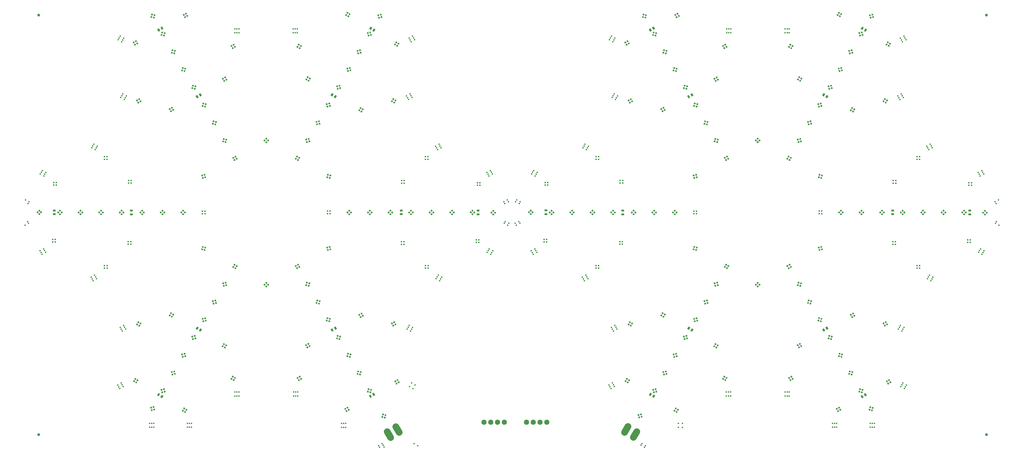
<source format=gbr>
G04 EAGLE Gerber RS-274X export*
G75*
%MOMM*%
%FSLAX34Y34*%
%LPD*%
%INSoldermask Bottom*%
%IPPOS*%
%AMOC8*
5,1,8,0,0,1.08239X$1,22.5*%
G01*
%ADD10C,0.550800*%
%ADD11R,0.600800X0.600800*%
%ADD12R,0.750800X1.050800*%
%ADD13C,1.050800*%
%ADD14R,0.600800X0.600800*%
%ADD15R,1.050800X0.750800*%
%ADD16C,2.550800*%
%ADD17C,1.930400*%


D10*
X2329070Y31403D03*
X2332820Y37899D03*
X2316080Y38903D03*
X2319830Y45399D03*
X2471122Y121339D03*
X2471122Y106339D03*
X2455809Y121339D03*
X2455809Y106339D03*
X2651240Y239152D03*
X2643740Y239152D03*
X2651240Y224152D03*
X2643740Y224152D03*
X2635927Y239152D03*
X2635927Y224152D03*
X2871240Y239152D03*
X2863740Y239152D03*
X2871240Y224152D03*
X2863740Y224152D03*
X2855927Y239152D03*
X2855927Y224152D03*
X3048740Y121652D03*
X3041240Y121652D03*
X3048740Y106652D03*
X3041240Y106652D03*
X3033427Y121652D03*
X3033427Y106652D03*
X3189990Y121652D03*
X3182490Y121652D03*
X3189990Y106652D03*
X3182490Y106652D03*
X3174677Y121652D03*
X3174677Y106652D03*
X2652490Y1601652D03*
X2644990Y1601652D03*
X2652490Y1586652D03*
X2644990Y1586652D03*
X2637177Y1601652D03*
X2637177Y1586652D03*
X2871240Y1601652D03*
X2863740Y1601652D03*
X2871240Y1586652D03*
X2863740Y1586652D03*
X2855927Y1601652D03*
X2855927Y1586652D03*
X3297070Y272847D03*
X3293320Y266352D03*
X3310060Y265347D03*
X3306310Y258852D03*
X3289414Y259585D03*
X3302404Y252085D03*
X3287747Y488771D03*
X3283997Y482276D03*
X3300737Y481271D03*
X3296987Y474776D03*
X3280090Y475510D03*
X3293081Y468010D03*
X3396497Y677521D03*
X3392747Y671026D03*
X3409487Y670021D03*
X3405737Y663526D03*
X3388840Y664260D03*
X3401831Y656760D03*
X3587747Y776271D03*
X3583997Y769776D03*
X3600737Y768771D03*
X3596987Y762276D03*
X3580090Y763010D03*
X3593081Y755510D03*
X1913997Y1070021D03*
X1910247Y1063526D03*
X1926987Y1062521D03*
X1923237Y1056026D03*
X1906340Y1056760D03*
X1919331Y1049260D03*
X2106497Y1168771D03*
X2102747Y1162276D03*
X2119487Y1161271D03*
X2115737Y1154776D03*
X2098840Y1155510D03*
X2111831Y1148010D03*
X2215247Y1357521D03*
X2211497Y1351026D03*
X2228237Y1350021D03*
X2224487Y1343526D03*
X2207590Y1344260D03*
X2220581Y1336760D03*
X3647459Y878714D03*
X3643709Y872219D03*
X3656700Y864719D03*
X1850726Y960017D03*
X1863716Y952517D03*
X1846819Y953250D03*
X1859810Y945750D03*
X2205385Y1573982D03*
X2201635Y1567487D03*
X2218375Y1566482D03*
X2214625Y1559987D03*
X2197729Y1560720D03*
X2210719Y1553220D03*
X2208931Y272847D03*
X2212681Y266352D03*
X2195941Y265347D03*
X2199691Y258852D03*
X2216588Y259585D03*
X2203597Y252085D03*
X2218254Y488771D03*
X2222004Y482276D03*
X2205264Y481271D03*
X2209014Y474776D03*
X2225911Y475510D03*
X2212921Y468010D03*
X2109504Y677521D03*
X2113254Y671026D03*
X2096514Y670021D03*
X2100264Y663526D03*
X2117161Y664260D03*
X2104171Y656760D03*
X1918254Y776271D03*
X1922004Y769776D03*
X1905264Y768771D03*
X1909014Y762276D03*
X1925911Y763010D03*
X1912921Y755510D03*
X3592004Y1070021D03*
X3595754Y1063526D03*
X3579014Y1062521D03*
X3582764Y1056026D03*
X3599661Y1056760D03*
X3586671Y1049260D03*
X3399504Y1168771D03*
X3403254Y1162276D03*
X3386514Y1161271D03*
X3390264Y1154776D03*
X3407161Y1155510D03*
X3394171Y1148010D03*
X3290754Y1357521D03*
X3294504Y1351026D03*
X3277764Y1350021D03*
X3281514Y1343526D03*
X3298411Y1344260D03*
X3285421Y1336760D03*
X1858542Y878714D03*
X1862292Y872219D03*
X1849302Y864719D03*
X3655276Y960017D03*
X3642285Y952517D03*
X3646192Y945750D03*
X3300616Y1573982D03*
X3304366Y1567487D03*
X3287626Y1566482D03*
X3291376Y1559987D03*
X3308273Y1560720D03*
X3295282Y1553220D03*
X1844783Y872159D03*
X1479501Y37899D03*
X1466511Y45399D03*
X1336930Y31403D03*
X1333180Y37899D03*
X1353670Y32408D03*
X1349920Y38903D03*
X1346170Y45399D03*
X1194878Y121339D03*
X1202378Y121339D03*
X1194878Y106339D03*
X1202378Y106339D03*
X1210191Y121339D03*
X1210191Y106339D03*
X1014760Y239152D03*
X1022260Y239152D03*
X1014760Y224152D03*
X1022260Y224152D03*
X1030073Y239152D03*
X1030073Y224152D03*
X794760Y239152D03*
X802260Y239152D03*
X794760Y224152D03*
X802260Y224152D03*
X810073Y239152D03*
X810073Y224152D03*
X617260Y121652D03*
X624760Y121652D03*
X617260Y106652D03*
X624760Y106652D03*
X632573Y121652D03*
X632573Y106652D03*
X476010Y121652D03*
X483510Y121652D03*
X476010Y106652D03*
X483510Y106652D03*
X491323Y121652D03*
X491323Y106652D03*
X1013510Y1601652D03*
X1021010Y1601652D03*
X1013510Y1586652D03*
X1021010Y1586652D03*
X1028823Y1601652D03*
X1028823Y1586652D03*
X794760Y1601652D03*
X802260Y1601652D03*
X794760Y1586652D03*
X802260Y1586652D03*
X810073Y1601652D03*
X810073Y1586652D03*
X368930Y272847D03*
X372680Y266352D03*
X355940Y265347D03*
X359690Y258852D03*
X376587Y259585D03*
X363596Y252085D03*
X378253Y488771D03*
X382003Y482276D03*
X365263Y481271D03*
X369013Y474776D03*
X385910Y475510D03*
X372919Y468010D03*
X269503Y677521D03*
X273253Y671026D03*
X256513Y670021D03*
X260263Y663526D03*
X277160Y664260D03*
X264169Y656760D03*
X78253Y776271D03*
X82003Y769776D03*
X65263Y768771D03*
X69013Y762276D03*
X85910Y763010D03*
X72919Y755510D03*
X1752003Y1070021D03*
X1755753Y1063526D03*
X1739013Y1062521D03*
X1742763Y1056026D03*
X1759660Y1056760D03*
X1746669Y1049260D03*
X1559503Y1168771D03*
X1563253Y1162276D03*
X1546513Y1161271D03*
X1550263Y1154776D03*
X1567160Y1155510D03*
X1554169Y1148010D03*
X1450753Y1357521D03*
X1454503Y1351026D03*
X1437763Y1350021D03*
X1441513Y1343526D03*
X1458410Y1344260D03*
X1445419Y1336760D03*
X18541Y878714D03*
X22291Y872219D03*
X9300Y864719D03*
X1815274Y960017D03*
X1802284Y952517D03*
X1819181Y953250D03*
X1806190Y945750D03*
X1460615Y1573982D03*
X1464365Y1567487D03*
X1447625Y1566482D03*
X1451375Y1559987D03*
X1468272Y1560720D03*
X1455281Y1553220D03*
X1457069Y272847D03*
X1470059Y265347D03*
X1449412Y259585D03*
X1462403Y252085D03*
X1447746Y488771D03*
X1443996Y482276D03*
X1460736Y481271D03*
X1456986Y474776D03*
X1440089Y475510D03*
X1453079Y468010D03*
X1556496Y677521D03*
X1552746Y671026D03*
X1569486Y670021D03*
X1565736Y663526D03*
X1548839Y664260D03*
X1561829Y656760D03*
X1747746Y776271D03*
X1743996Y769776D03*
X1760736Y768771D03*
X1756986Y762276D03*
X1740089Y763010D03*
X1753079Y755510D03*
X73996Y1070021D03*
X70246Y1063526D03*
X86986Y1062521D03*
X83236Y1056026D03*
X66339Y1056760D03*
X79329Y1049260D03*
X266496Y1168771D03*
X262746Y1162276D03*
X279486Y1161271D03*
X275736Y1154776D03*
X258839Y1155510D03*
X271829Y1148010D03*
X375246Y1357521D03*
X371496Y1351026D03*
X388236Y1350021D03*
X384486Y1343526D03*
X367589Y1344260D03*
X380579Y1336760D03*
X1807458Y878714D03*
X1803708Y872219D03*
X1816698Y864719D03*
X10724Y960017D03*
X23715Y952517D03*
X19808Y945750D03*
X365384Y1573982D03*
X361634Y1567487D03*
X378374Y1566482D03*
X374624Y1559987D03*
X357727Y1560720D03*
X370718Y1553220D03*
X1821217Y872159D03*
D11*
G36*
X2625877Y707045D02*
X2628881Y712247D01*
X2634083Y709243D01*
X2631079Y704041D01*
X2625877Y707045D01*
G37*
G36*
X2634104Y702295D02*
X2637108Y707497D01*
X2642310Y704493D01*
X2639306Y699291D01*
X2634104Y702295D01*
G37*
G36*
X2638854Y710522D02*
X2641858Y715724D01*
X2647060Y712720D01*
X2644056Y707518D01*
X2638854Y710522D01*
G37*
G36*
X2630627Y715272D02*
X2633631Y720474D01*
X2638833Y717470D01*
X2635829Y712268D01*
X2630627Y715272D01*
G37*
G36*
X2592511Y633826D02*
X2590956Y639629D01*
X2596759Y641184D01*
X2598314Y635381D01*
X2592511Y633826D01*
G37*
G36*
X2601688Y636284D02*
X2600133Y642087D01*
X2605936Y643642D01*
X2607491Y637839D01*
X2601688Y636284D01*
G37*
G36*
X2599229Y645461D02*
X2597674Y651264D01*
X2603477Y652819D01*
X2605032Y647016D01*
X2599229Y645461D01*
G37*
G36*
X2590053Y643002D02*
X2588498Y648805D01*
X2594301Y650360D01*
X2595856Y644557D01*
X2590053Y643002D01*
G37*
G36*
X2554087Y567179D02*
X2552532Y572982D01*
X2558335Y574537D01*
X2559890Y568734D01*
X2554087Y567179D01*
G37*
G36*
X2563263Y569637D02*
X2561708Y575440D01*
X2567511Y576995D01*
X2569066Y571192D01*
X2563263Y569637D01*
G37*
G36*
X2560805Y578814D02*
X2559250Y584617D01*
X2565053Y586172D01*
X2566608Y580369D01*
X2560805Y578814D01*
G37*
G36*
X2551628Y576355D02*
X2550073Y582158D01*
X2555876Y583713D01*
X2557431Y577910D01*
X2551628Y576355D01*
G37*
G36*
X2387987Y525188D02*
X2390991Y530390D01*
X2396193Y527386D01*
X2393189Y522184D01*
X2387987Y525188D01*
G37*
G36*
X2396215Y520438D02*
X2399219Y525640D01*
X2404421Y522636D01*
X2401417Y517434D01*
X2396215Y520438D01*
G37*
G36*
X2400965Y528666D02*
X2403969Y533868D01*
X2409171Y530864D01*
X2406167Y525662D01*
X2400965Y528666D01*
G37*
G36*
X2392737Y533416D02*
X2395741Y538618D01*
X2400943Y535614D01*
X2397939Y530412D01*
X2392737Y533416D01*
G37*
G36*
X2265529Y491398D02*
X2268533Y496600D01*
X2273735Y493596D01*
X2270731Y488394D01*
X2265529Y491398D01*
G37*
G36*
X2273757Y486648D02*
X2276761Y491850D01*
X2281963Y488846D01*
X2278959Y483644D01*
X2273757Y486648D01*
G37*
G36*
X2278507Y494875D02*
X2281511Y500077D01*
X2286713Y497073D01*
X2283709Y491871D01*
X2278507Y494875D01*
G37*
G36*
X2270279Y499625D02*
X2273283Y504827D01*
X2278485Y501823D01*
X2275481Y496621D01*
X2270279Y499625D01*
G37*
G36*
X2599571Y401635D02*
X2594369Y404639D01*
X2597373Y409841D01*
X2602575Y406837D01*
X2599571Y401635D01*
G37*
G36*
X2604321Y409862D02*
X2599119Y412866D01*
X2602123Y418068D01*
X2607325Y415064D01*
X2604321Y409862D01*
G37*
G36*
X2596094Y414612D02*
X2590892Y417616D01*
X2593896Y422818D01*
X2599098Y419814D01*
X2596094Y414612D01*
G37*
G36*
X2591344Y406385D02*
X2586142Y409389D01*
X2589146Y414591D01*
X2594348Y411587D01*
X2591344Y406385D01*
G37*
D12*
G36*
X2494263Y484975D02*
X2500765Y481221D01*
X2495511Y472121D01*
X2489009Y475875D01*
X2494263Y484975D01*
G37*
G36*
X2506388Y477975D02*
X2512890Y474221D01*
X2507636Y465121D01*
X2501134Y468875D01*
X2506388Y477975D01*
G37*
D11*
G36*
X2632794Y279612D02*
X2627592Y282616D01*
X2630596Y287818D01*
X2635798Y284814D01*
X2632794Y279612D01*
G37*
G36*
X2637544Y287839D02*
X2632342Y290843D01*
X2635346Y296045D01*
X2640548Y293041D01*
X2637544Y287839D01*
G37*
G36*
X2629317Y292589D02*
X2624115Y295593D01*
X2627119Y300795D01*
X2632321Y297791D01*
X2629317Y292589D01*
G37*
G36*
X2624567Y284362D02*
X2619365Y287366D01*
X2622369Y292568D01*
X2627571Y289564D01*
X2624567Y284362D01*
G37*
G36*
X2515625Y500598D02*
X2514070Y506401D01*
X2519873Y507956D01*
X2521428Y502153D01*
X2515625Y500598D01*
G37*
G36*
X2524801Y503056D02*
X2523246Y508859D01*
X2529049Y510414D01*
X2530604Y504611D01*
X2524801Y503056D01*
G37*
G36*
X2522342Y512233D02*
X2520787Y518036D01*
X2526590Y519591D01*
X2528145Y513788D01*
X2522342Y512233D01*
G37*
G36*
X2513166Y509774D02*
X2511611Y515577D01*
X2517414Y517132D01*
X2518969Y511329D01*
X2513166Y509774D01*
G37*
G36*
X2477064Y433987D02*
X2475509Y439790D01*
X2481312Y441345D01*
X2482867Y435542D01*
X2477064Y433987D01*
G37*
G36*
X2486240Y436446D02*
X2484685Y442249D01*
X2490488Y443804D01*
X2492043Y438001D01*
X2486240Y436446D01*
G37*
G36*
X2483781Y445622D02*
X2482226Y451425D01*
X2488029Y452980D01*
X2489584Y447177D01*
X2483781Y445622D01*
G37*
G36*
X2474605Y443163D02*
X2473050Y448966D01*
X2478853Y450521D01*
X2480408Y444718D01*
X2474605Y443163D01*
G37*
G36*
X2438689Y367253D02*
X2437134Y373056D01*
X2442937Y374611D01*
X2444492Y368808D01*
X2438689Y367253D01*
G37*
G36*
X2447866Y369712D02*
X2446311Y375515D01*
X2452114Y377070D01*
X2453669Y371267D01*
X2447866Y369712D01*
G37*
G36*
X2445407Y378889D02*
X2443852Y384692D01*
X2449655Y386247D01*
X2451210Y380444D01*
X2445407Y378889D01*
G37*
G36*
X2436230Y376430D02*
X2434675Y382233D01*
X2440478Y383788D01*
X2442033Y377985D01*
X2436230Y376430D01*
G37*
G36*
X2400165Y300780D02*
X2398610Y306583D01*
X2404413Y308138D01*
X2405968Y302335D01*
X2400165Y300780D01*
G37*
G36*
X2409341Y303238D02*
X2407786Y309041D01*
X2413589Y310596D01*
X2415144Y304793D01*
X2409341Y303238D01*
G37*
G36*
X2406882Y312415D02*
X2405327Y318218D01*
X2411130Y319773D01*
X2412685Y313970D01*
X2406882Y312415D01*
G37*
G36*
X2397706Y309956D02*
X2396151Y315759D01*
X2401954Y317314D01*
X2403509Y311511D01*
X2397706Y309956D01*
G37*
G36*
X2254216Y278619D02*
X2257220Y283821D01*
X2262422Y280817D01*
X2259418Y275615D01*
X2254216Y278619D01*
G37*
G36*
X2262443Y273869D02*
X2265447Y279071D01*
X2270649Y276067D01*
X2267645Y270865D01*
X2262443Y273869D01*
G37*
G36*
X2267193Y282097D02*
X2270197Y287299D01*
X2275399Y284295D01*
X2272395Y279093D01*
X2267193Y282097D01*
G37*
G36*
X2258966Y286847D02*
X2261970Y292049D01*
X2267172Y289045D01*
X2264168Y283843D01*
X2258966Y286847D01*
G37*
G36*
X2450782Y160145D02*
X2445580Y163149D01*
X2448584Y168351D01*
X2453786Y165347D01*
X2450782Y160145D01*
G37*
G36*
X2455532Y168373D02*
X2450330Y171377D01*
X2453334Y176579D01*
X2458536Y173575D01*
X2455532Y168373D01*
G37*
G36*
X2447305Y173123D02*
X2442103Y176127D01*
X2445107Y181329D01*
X2450309Y178325D01*
X2447305Y173123D01*
G37*
G36*
X2442555Y164895D02*
X2437353Y167899D01*
X2440357Y173101D01*
X2445559Y170097D01*
X2442555Y164895D01*
G37*
G36*
X2361833Y234172D02*
X2360278Y239975D01*
X2366081Y241530D01*
X2367636Y235727D01*
X2361833Y234172D01*
G37*
G36*
X2371009Y236631D02*
X2369454Y242434D01*
X2375257Y243989D01*
X2376812Y238186D01*
X2371009Y236631D01*
G37*
G36*
X2368551Y245807D02*
X2366996Y251610D01*
X2372799Y253165D01*
X2374354Y247362D01*
X2368551Y245807D01*
G37*
G36*
X2359374Y243349D02*
X2357819Y249152D01*
X2363622Y250707D01*
X2365177Y244904D01*
X2359374Y243349D01*
G37*
D12*
G36*
X2350718Y236664D02*
X2357220Y232910D01*
X2351966Y223810D01*
X2345464Y227564D01*
X2350718Y236664D01*
G37*
G36*
X2362842Y229664D02*
X2369344Y225910D01*
X2364090Y216810D01*
X2357588Y220564D01*
X2362842Y229664D01*
G37*
D11*
G36*
X2513742Y787077D02*
X2519545Y785522D01*
X2517990Y779719D01*
X2512187Y781274D01*
X2513742Y787077D01*
G37*
G36*
X2511284Y777901D02*
X2517087Y776346D01*
X2515532Y770543D01*
X2509729Y772098D01*
X2511284Y777901D01*
G37*
G36*
X2520460Y775442D02*
X2526263Y773887D01*
X2524708Y768084D01*
X2518905Y769639D01*
X2520460Y775442D01*
G37*
G36*
X2522919Y784619D02*
X2528722Y783064D01*
X2527167Y777261D01*
X2521364Y778816D01*
X2522919Y784619D01*
G37*
D13*
X3610000Y78888D03*
X60000Y78888D03*
X60000Y1652646D03*
X3610000Y1652646D03*
D14*
X2514457Y917546D03*
X2514457Y908046D03*
X2523957Y908046D03*
X2523957Y917546D03*
D11*
G36*
X2431362Y912836D02*
X2435610Y917084D01*
X2439858Y912836D01*
X2435610Y908588D01*
X2431362Y912836D01*
G37*
G36*
X2438079Y906118D02*
X2442327Y910366D01*
X2446575Y906118D01*
X2442327Y901870D01*
X2438079Y906118D01*
G37*
G36*
X2444797Y912836D02*
X2449045Y917084D01*
X2453293Y912836D01*
X2449045Y908588D01*
X2444797Y912836D01*
G37*
G36*
X2438079Y919553D02*
X2442327Y923801D01*
X2446575Y919553D01*
X2442327Y915305D01*
X2438079Y919553D01*
G37*
G36*
X2354431Y912788D02*
X2358679Y917036D01*
X2362927Y912788D01*
X2358679Y908540D01*
X2354431Y912788D01*
G37*
G36*
X2361149Y906071D02*
X2365397Y910319D01*
X2369645Y906071D01*
X2365397Y901823D01*
X2361149Y906071D01*
G37*
G36*
X2367866Y912788D02*
X2372114Y917036D01*
X2376362Y912788D01*
X2372114Y908540D01*
X2367866Y912788D01*
G37*
G36*
X2361149Y919506D02*
X2365397Y923754D01*
X2369645Y919506D01*
X2365397Y915258D01*
X2361149Y919506D01*
G37*
D14*
X2238020Y1032636D03*
X2238020Y1023136D03*
X2247520Y1023136D03*
X2247520Y1032636D03*
X2147528Y1121793D03*
X2147528Y1112293D03*
X2157028Y1112293D03*
X2157028Y1121793D03*
X2236812Y793630D03*
X2246312Y793630D03*
X2246312Y803130D03*
X2236812Y803130D03*
D15*
X2248075Y919742D03*
X2248075Y905742D03*
D14*
X2147748Y703846D03*
X2157248Y703846D03*
X2157248Y713346D03*
X2147748Y713346D03*
D11*
G36*
X2277539Y912808D02*
X2281787Y917056D01*
X2286035Y912808D01*
X2281787Y908560D01*
X2277539Y912808D01*
G37*
G36*
X2284257Y906090D02*
X2288505Y910338D01*
X2292753Y906090D01*
X2288505Y901842D01*
X2284257Y906090D01*
G37*
G36*
X2290974Y912808D02*
X2295222Y917056D01*
X2299470Y912808D01*
X2295222Y908560D01*
X2290974Y912808D01*
G37*
G36*
X2284257Y919525D02*
X2288505Y923773D01*
X2292753Y919525D01*
X2288505Y915277D01*
X2284257Y919525D01*
G37*
G36*
X2200572Y912897D02*
X2204820Y917145D01*
X2209068Y912897D01*
X2204820Y908649D01*
X2200572Y912897D01*
G37*
G36*
X2207290Y906180D02*
X2211538Y910428D01*
X2215786Y906180D01*
X2211538Y901932D01*
X2207290Y906180D01*
G37*
G36*
X2214007Y912897D02*
X2218255Y917145D01*
X2222503Y912897D01*
X2218255Y908649D01*
X2214007Y912897D01*
G37*
G36*
X2207290Y919615D02*
X2211538Y923863D01*
X2215786Y919615D01*
X2211538Y915367D01*
X2207290Y919615D01*
G37*
G36*
X2123592Y912763D02*
X2127840Y917011D01*
X2132088Y912763D01*
X2127840Y908515D01*
X2123592Y912763D01*
G37*
G36*
X2130310Y906046D02*
X2134558Y910294D01*
X2138806Y906046D01*
X2134558Y901798D01*
X2130310Y906046D01*
G37*
G36*
X2137027Y912763D02*
X2141275Y917011D01*
X2145523Y912763D01*
X2141275Y908515D01*
X2137027Y912763D01*
G37*
G36*
X2130310Y919481D02*
X2134558Y923729D01*
X2138806Y919481D01*
X2134558Y915233D01*
X2130310Y919481D01*
G37*
G36*
X2046762Y912889D02*
X2051010Y917137D01*
X2055258Y912889D01*
X2051010Y908641D01*
X2046762Y912889D01*
G37*
G36*
X2053479Y906172D02*
X2057727Y910420D01*
X2061975Y906172D01*
X2057727Y901924D01*
X2053479Y906172D01*
G37*
G36*
X2060197Y912889D02*
X2064445Y917137D01*
X2068693Y912889D01*
X2064445Y908641D01*
X2060197Y912889D01*
G37*
G36*
X2053479Y919607D02*
X2057727Y923855D01*
X2061975Y919607D01*
X2057727Y915359D01*
X2053479Y919607D01*
G37*
D14*
X1957599Y1025201D03*
X1957599Y1015701D03*
X1967099Y1015701D03*
X1967099Y1025201D03*
X1953281Y801740D03*
X1962781Y801740D03*
X1962781Y811240D03*
X1953281Y811240D03*
D11*
G36*
X1969912Y912782D02*
X1974160Y917030D01*
X1978408Y912782D01*
X1974160Y908534D01*
X1969912Y912782D01*
G37*
G36*
X1976630Y906065D02*
X1980878Y910313D01*
X1985126Y906065D01*
X1980878Y901817D01*
X1976630Y906065D01*
G37*
G36*
X1983347Y912782D02*
X1987595Y917030D01*
X1991843Y912782D01*
X1987595Y908534D01*
X1983347Y912782D01*
G37*
G36*
X1976630Y919500D02*
X1980878Y923748D01*
X1985126Y919500D01*
X1980878Y915252D01*
X1976630Y919500D01*
G37*
D15*
X1959669Y920253D03*
X1959669Y906253D03*
D11*
G36*
X1892329Y913516D02*
X1896577Y917764D01*
X1900825Y913516D01*
X1896577Y909268D01*
X1892329Y913516D01*
G37*
G36*
X1899046Y906798D02*
X1903294Y911046D01*
X1907542Y906798D01*
X1903294Y902550D01*
X1899046Y906798D01*
G37*
G36*
X1905764Y913516D02*
X1910012Y917764D01*
X1914260Y913516D01*
X1910012Y909268D01*
X1905764Y913516D01*
G37*
G36*
X1899046Y920233D02*
X1903294Y924481D01*
X1907542Y920233D01*
X1903294Y915985D01*
X1899046Y920233D01*
G37*
G36*
X2524697Y1057677D02*
X2526252Y1051874D01*
X2520449Y1050319D01*
X2518894Y1056122D01*
X2524697Y1057677D01*
G37*
G36*
X2515520Y1055219D02*
X2517075Y1049416D01*
X2511272Y1047861D01*
X2509717Y1053664D01*
X2515520Y1055219D01*
G37*
G36*
X2517979Y1046042D02*
X2519534Y1040239D01*
X2513731Y1038684D01*
X2512176Y1044487D01*
X2517979Y1046042D01*
G37*
G36*
X2527156Y1048501D02*
X2528711Y1042698D01*
X2522908Y1041143D01*
X2521353Y1046946D01*
X2527156Y1048501D01*
G37*
G36*
X2639142Y1126396D02*
X2642146Y1121194D01*
X2636944Y1118190D01*
X2633940Y1123392D01*
X2639142Y1126396D01*
G37*
G36*
X2630915Y1121646D02*
X2633919Y1116444D01*
X2628717Y1113440D01*
X2625713Y1118642D01*
X2630915Y1121646D01*
G37*
G36*
X2635665Y1113418D02*
X2638669Y1108216D01*
X2633467Y1105212D01*
X2630463Y1110414D01*
X2635665Y1113418D01*
G37*
G36*
X2643892Y1118168D02*
X2646896Y1112966D01*
X2641694Y1109962D01*
X2638690Y1115164D01*
X2643892Y1118168D01*
G37*
G36*
X2592416Y1191900D02*
X2598219Y1190345D01*
X2596664Y1184542D01*
X2590861Y1186097D01*
X2592416Y1191900D01*
G37*
G36*
X2589957Y1182724D02*
X2595760Y1181169D01*
X2594205Y1175366D01*
X2588402Y1176921D01*
X2589957Y1182724D01*
G37*
G36*
X2599134Y1180265D02*
X2604937Y1178710D01*
X2603382Y1172907D01*
X2597579Y1174462D01*
X2599134Y1180265D01*
G37*
G36*
X2601592Y1189442D02*
X2607395Y1187887D01*
X2605840Y1182084D01*
X2600037Y1183639D01*
X2601592Y1189442D01*
G37*
G36*
X2553910Y1258500D02*
X2559713Y1256945D01*
X2558158Y1251142D01*
X2552355Y1252697D01*
X2553910Y1258500D01*
G37*
G36*
X2551451Y1249324D02*
X2557254Y1247769D01*
X2555699Y1241966D01*
X2549896Y1243521D01*
X2551451Y1249324D01*
G37*
G36*
X2560628Y1246865D02*
X2566431Y1245310D01*
X2564876Y1239507D01*
X2559073Y1241062D01*
X2560628Y1246865D01*
G37*
G36*
X2563087Y1256042D02*
X2568890Y1254487D01*
X2567335Y1248684D01*
X2561532Y1250239D01*
X2563087Y1256042D01*
G37*
G36*
X2600595Y1423342D02*
X2603599Y1418140D01*
X2598397Y1415136D01*
X2595393Y1420338D01*
X2600595Y1423342D01*
G37*
G36*
X2592367Y1418592D02*
X2595371Y1413390D01*
X2590169Y1410386D01*
X2587165Y1415588D01*
X2592367Y1418592D01*
G37*
G36*
X2597117Y1410365D02*
X2600121Y1405163D01*
X2594919Y1402159D01*
X2591915Y1407361D01*
X2597117Y1410365D01*
G37*
G36*
X2605345Y1415115D02*
X2608349Y1409913D01*
X2603147Y1406909D01*
X2600143Y1412111D01*
X2605345Y1415115D01*
G37*
G36*
X2632561Y1546289D02*
X2635565Y1541087D01*
X2630363Y1538083D01*
X2627359Y1543285D01*
X2632561Y1546289D01*
G37*
G36*
X2624333Y1541539D02*
X2627337Y1536337D01*
X2622135Y1533333D01*
X2619131Y1538535D01*
X2624333Y1541539D01*
G37*
G36*
X2629083Y1533312D02*
X2632087Y1528110D01*
X2626885Y1525106D01*
X2623881Y1530308D01*
X2629083Y1533312D01*
G37*
G36*
X2637311Y1538062D02*
X2640315Y1532860D01*
X2635113Y1529856D01*
X2632109Y1535058D01*
X2637311Y1538062D01*
G37*
G36*
X2387803Y1301881D02*
X2393005Y1304885D01*
X2396009Y1299683D01*
X2390807Y1296679D01*
X2387803Y1301881D01*
G37*
G36*
X2392553Y1293654D02*
X2397755Y1296658D01*
X2400759Y1291456D01*
X2395557Y1288452D01*
X2392553Y1293654D01*
G37*
G36*
X2400780Y1298404D02*
X2405982Y1301408D01*
X2408986Y1296206D01*
X2403784Y1293202D01*
X2400780Y1298404D01*
G37*
G36*
X2396030Y1306631D02*
X2401232Y1309635D01*
X2404236Y1304433D01*
X2399034Y1301429D01*
X2396030Y1306631D01*
G37*
D12*
G36*
X2512631Y1351412D02*
X2506129Y1347658D01*
X2500875Y1356758D01*
X2507377Y1360512D01*
X2512631Y1351412D01*
G37*
G36*
X2500507Y1344412D02*
X2494005Y1340658D01*
X2488751Y1349758D01*
X2495253Y1353512D01*
X2500507Y1344412D01*
G37*
D11*
G36*
X2265516Y1334121D02*
X2270718Y1337125D01*
X2273722Y1331923D01*
X2268520Y1328919D01*
X2265516Y1334121D01*
G37*
G36*
X2270266Y1325894D02*
X2275468Y1328898D01*
X2278472Y1323696D01*
X2273270Y1320692D01*
X2270266Y1325894D01*
G37*
G36*
X2278493Y1330644D02*
X2283695Y1333648D01*
X2286699Y1328446D01*
X2281497Y1325442D01*
X2278493Y1330644D01*
G37*
G36*
X2273743Y1338871D02*
X2278945Y1341875D01*
X2281949Y1336673D01*
X2276747Y1333669D01*
X2273743Y1338871D01*
G37*
G36*
X2515481Y1325100D02*
X2521284Y1323545D01*
X2519729Y1317742D01*
X2513926Y1319297D01*
X2515481Y1325100D01*
G37*
G36*
X2513022Y1315924D02*
X2518825Y1314369D01*
X2517270Y1308566D01*
X2511467Y1310121D01*
X2513022Y1315924D01*
G37*
G36*
X2522198Y1313465D02*
X2528001Y1311910D01*
X2526446Y1306107D01*
X2520643Y1307662D01*
X2522198Y1313465D01*
G37*
G36*
X2524657Y1322642D02*
X2530460Y1321087D01*
X2528905Y1315284D01*
X2523102Y1316839D01*
X2524657Y1322642D01*
G37*
G36*
X2477075Y1391800D02*
X2482878Y1390245D01*
X2481323Y1384442D01*
X2475520Y1385997D01*
X2477075Y1391800D01*
G37*
G36*
X2474616Y1382624D02*
X2480419Y1381069D01*
X2478864Y1375266D01*
X2473061Y1376821D01*
X2474616Y1382624D01*
G37*
G36*
X2483792Y1380165D02*
X2489595Y1378610D01*
X2488040Y1372807D01*
X2482237Y1374362D01*
X2483792Y1380165D01*
G37*
G36*
X2486251Y1389342D02*
X2492054Y1387787D01*
X2490499Y1381984D01*
X2484696Y1383539D01*
X2486251Y1389342D01*
G37*
G36*
X2438469Y1458400D02*
X2444272Y1456845D01*
X2442717Y1451042D01*
X2436914Y1452597D01*
X2438469Y1458400D01*
G37*
G36*
X2436010Y1449224D02*
X2441813Y1447669D01*
X2440258Y1441866D01*
X2434455Y1443421D01*
X2436010Y1449224D01*
G37*
G36*
X2445186Y1446765D02*
X2450989Y1445210D01*
X2449434Y1439407D01*
X2443631Y1440962D01*
X2445186Y1446765D01*
G37*
G36*
X2447645Y1455942D02*
X2453448Y1454387D01*
X2451893Y1448584D01*
X2446090Y1450139D01*
X2447645Y1455942D01*
G37*
G36*
X2400163Y1525000D02*
X2405966Y1523445D01*
X2404411Y1517642D01*
X2398608Y1519197D01*
X2400163Y1525000D01*
G37*
G36*
X2397704Y1515824D02*
X2403507Y1514269D01*
X2401952Y1508466D01*
X2396149Y1510021D01*
X2397704Y1515824D01*
G37*
G36*
X2406881Y1513365D02*
X2412684Y1511810D01*
X2411129Y1506007D01*
X2405326Y1507562D01*
X2406881Y1513365D01*
G37*
G36*
X2409339Y1522542D02*
X2415142Y1520987D01*
X2413587Y1515184D01*
X2407784Y1516739D01*
X2409339Y1522542D01*
G37*
G36*
X2453945Y1662476D02*
X2456949Y1657274D01*
X2451747Y1654270D01*
X2448743Y1659472D01*
X2453945Y1662476D01*
G37*
G36*
X2445718Y1657726D02*
X2448722Y1652524D01*
X2443520Y1649520D01*
X2440516Y1654722D01*
X2445718Y1657726D01*
G37*
G36*
X2450468Y1649499D02*
X2453472Y1644297D01*
X2448270Y1641293D01*
X2445266Y1646495D01*
X2450468Y1649499D01*
G37*
G36*
X2458695Y1654249D02*
X2461699Y1649047D01*
X2456497Y1646043D01*
X2453493Y1651245D01*
X2458695Y1654249D01*
G37*
G36*
X2253062Y1551481D02*
X2258264Y1554485D01*
X2261268Y1549283D01*
X2256066Y1546279D01*
X2253062Y1551481D01*
G37*
G36*
X2257812Y1543254D02*
X2263014Y1546258D01*
X2266018Y1541056D01*
X2260816Y1538052D01*
X2257812Y1543254D01*
G37*
G36*
X2266039Y1548004D02*
X2271241Y1551008D01*
X2274245Y1545806D01*
X2269043Y1542802D01*
X2266039Y1548004D01*
G37*
G36*
X2261289Y1556231D02*
X2266491Y1559235D01*
X2269495Y1554033D01*
X2264293Y1551029D01*
X2261289Y1556231D01*
G37*
G36*
X2361645Y1591500D02*
X2367448Y1589945D01*
X2365893Y1584142D01*
X2360090Y1585697D01*
X2361645Y1591500D01*
G37*
G36*
X2359186Y1582324D02*
X2364989Y1580769D01*
X2363434Y1574966D01*
X2357631Y1576521D01*
X2359186Y1582324D01*
G37*
G36*
X2368363Y1579865D02*
X2374166Y1578310D01*
X2372611Y1572507D01*
X2366808Y1574062D01*
X2368363Y1579865D01*
G37*
G36*
X2370822Y1589042D02*
X2376625Y1587487D01*
X2375070Y1581684D01*
X2369267Y1583239D01*
X2370822Y1589042D01*
G37*
D12*
G36*
X2368872Y1601433D02*
X2362370Y1597679D01*
X2357116Y1606779D01*
X2363618Y1610533D01*
X2368872Y1601433D01*
G37*
G36*
X2356747Y1594433D02*
X2350245Y1590679D01*
X2344991Y1599779D01*
X2351493Y1603533D01*
X2356747Y1594433D01*
G37*
D11*
G36*
X2323489Y1659057D02*
X2329292Y1657502D01*
X2327737Y1651699D01*
X2321934Y1653254D01*
X2323489Y1659057D01*
G37*
G36*
X2321030Y1649880D02*
X2326833Y1648325D01*
X2325278Y1642522D01*
X2319475Y1644077D01*
X2321030Y1649880D01*
G37*
G36*
X2330206Y1647422D02*
X2336009Y1645867D01*
X2334454Y1640064D01*
X2328651Y1641619D01*
X2330206Y1647422D01*
G37*
G36*
X2332665Y1656598D02*
X2338468Y1655043D01*
X2336913Y1649240D01*
X2331110Y1650795D01*
X2332665Y1656598D01*
G37*
G36*
X2764520Y1183491D02*
X2760272Y1179243D01*
X2756024Y1183491D01*
X2760272Y1187739D01*
X2764520Y1183491D01*
G37*
G36*
X2757803Y1190208D02*
X2753555Y1185960D01*
X2749307Y1190208D01*
X2753555Y1194456D01*
X2757803Y1190208D01*
G37*
G36*
X2751085Y1183491D02*
X2746837Y1179243D01*
X2742589Y1183491D01*
X2746837Y1187739D01*
X2751085Y1183491D01*
G37*
G36*
X2757803Y1176773D02*
X2753555Y1172525D01*
X2749307Y1176773D01*
X2753555Y1181021D01*
X2757803Y1176773D01*
G37*
G36*
X2881255Y1118736D02*
X2878251Y1113534D01*
X2873049Y1116538D01*
X2876053Y1121740D01*
X2881255Y1118736D01*
G37*
G36*
X2873028Y1123486D02*
X2870024Y1118284D01*
X2864822Y1121288D01*
X2867826Y1126490D01*
X2873028Y1123486D01*
G37*
G36*
X2868278Y1115259D02*
X2865274Y1110057D01*
X2860072Y1113061D01*
X2863076Y1118263D01*
X2868278Y1115259D01*
G37*
G36*
X2876505Y1110509D02*
X2873501Y1105307D01*
X2868299Y1108311D01*
X2871303Y1113513D01*
X2876505Y1110509D01*
G37*
G36*
X2914621Y1191955D02*
X2916176Y1186152D01*
X2910373Y1184597D01*
X2908818Y1190400D01*
X2914621Y1191955D01*
G37*
G36*
X2905444Y1189497D02*
X2906999Y1183694D01*
X2901196Y1182139D01*
X2899641Y1187942D01*
X2905444Y1189497D01*
G37*
G36*
X2907903Y1180320D02*
X2909458Y1174517D01*
X2903655Y1172962D01*
X2902100Y1178765D01*
X2907903Y1180320D01*
G37*
G36*
X2917079Y1182779D02*
X2918634Y1176976D01*
X2912831Y1175421D01*
X2911276Y1181224D01*
X2917079Y1182779D01*
G37*
G36*
X2953045Y1258603D02*
X2954600Y1252800D01*
X2948797Y1251245D01*
X2947242Y1257048D01*
X2953045Y1258603D01*
G37*
G36*
X2943869Y1256144D02*
X2945424Y1250341D01*
X2939621Y1248786D01*
X2938066Y1254589D01*
X2943869Y1256144D01*
G37*
G36*
X2946327Y1246967D02*
X2947882Y1241164D01*
X2942079Y1239609D01*
X2940524Y1245412D01*
X2946327Y1246967D01*
G37*
G36*
X2955504Y1249426D02*
X2957059Y1243623D01*
X2951256Y1242068D01*
X2949701Y1247871D01*
X2955504Y1249426D01*
G37*
G36*
X3119145Y1300593D02*
X3116141Y1295391D01*
X3110939Y1298395D01*
X3113943Y1303597D01*
X3119145Y1300593D01*
G37*
G36*
X3110917Y1305343D02*
X3107913Y1300141D01*
X3102711Y1303145D01*
X3105715Y1308347D01*
X3110917Y1305343D01*
G37*
G36*
X3106167Y1297116D02*
X3103163Y1291914D01*
X3097961Y1294918D01*
X3100965Y1300120D01*
X3106167Y1297116D01*
G37*
G36*
X3114395Y1292366D02*
X3111391Y1287164D01*
X3106189Y1290168D01*
X3109193Y1295370D01*
X3114395Y1292366D01*
G37*
G36*
X3241603Y1334383D02*
X3238599Y1329181D01*
X3233397Y1332185D01*
X3236401Y1337387D01*
X3241603Y1334383D01*
G37*
G36*
X3233375Y1339133D02*
X3230371Y1333931D01*
X3225169Y1336935D01*
X3228173Y1342137D01*
X3233375Y1339133D01*
G37*
G36*
X3228625Y1330906D02*
X3225621Y1325704D01*
X3220419Y1328708D01*
X3223423Y1333910D01*
X3228625Y1330906D01*
G37*
G36*
X3236853Y1326156D02*
X3233849Y1320954D01*
X3228647Y1323958D01*
X3231651Y1329160D01*
X3236853Y1326156D01*
G37*
G36*
X2907561Y1424146D02*
X2912763Y1421142D01*
X2909759Y1415940D01*
X2904557Y1418944D01*
X2907561Y1424146D01*
G37*
G36*
X2902811Y1415919D02*
X2908013Y1412915D01*
X2905009Y1407713D01*
X2899807Y1410717D01*
X2902811Y1415919D01*
G37*
G36*
X2911038Y1411169D02*
X2916240Y1408165D01*
X2913236Y1402963D01*
X2908034Y1405967D01*
X2911038Y1411169D01*
G37*
G36*
X2915788Y1419396D02*
X2920990Y1416392D01*
X2917986Y1411190D01*
X2912784Y1414194D01*
X2915788Y1419396D01*
G37*
D12*
G36*
X3012869Y1340807D02*
X3006367Y1344561D01*
X3011621Y1353661D01*
X3018123Y1349907D01*
X3012869Y1340807D01*
G37*
G36*
X3000745Y1347807D02*
X2994243Y1351561D01*
X2999497Y1360661D01*
X3005999Y1356907D01*
X3000745Y1347807D01*
G37*
D11*
G36*
X2874338Y1546169D02*
X2879540Y1543165D01*
X2876536Y1537963D01*
X2871334Y1540967D01*
X2874338Y1546169D01*
G37*
G36*
X2869588Y1537942D02*
X2874790Y1534938D01*
X2871786Y1529736D01*
X2866584Y1532740D01*
X2869588Y1537942D01*
G37*
G36*
X2877815Y1533192D02*
X2883017Y1530188D01*
X2880013Y1524986D01*
X2874811Y1527990D01*
X2877815Y1533192D01*
G37*
G36*
X2882565Y1541419D02*
X2887767Y1538415D01*
X2884763Y1533213D01*
X2879561Y1536217D01*
X2882565Y1541419D01*
G37*
G36*
X2991508Y1325183D02*
X2993063Y1319380D01*
X2987260Y1317825D01*
X2985705Y1323628D01*
X2991508Y1325183D01*
G37*
G36*
X2982331Y1322725D02*
X2983886Y1316922D01*
X2978083Y1315367D01*
X2976528Y1321170D01*
X2982331Y1322725D01*
G37*
G36*
X2984790Y1313548D02*
X2986345Y1307745D01*
X2980542Y1306190D01*
X2978987Y1311993D01*
X2984790Y1313548D01*
G37*
G36*
X2993966Y1316007D02*
X2995521Y1310204D01*
X2989718Y1308649D01*
X2988163Y1314452D01*
X2993966Y1316007D01*
G37*
G36*
X3030068Y1391794D02*
X3031623Y1385991D01*
X3025820Y1384436D01*
X3024265Y1390239D01*
X3030068Y1391794D01*
G37*
G36*
X3020892Y1389335D02*
X3022447Y1383532D01*
X3016644Y1381977D01*
X3015089Y1387780D01*
X3020892Y1389335D01*
G37*
G36*
X3023351Y1380159D02*
X3024906Y1374356D01*
X3019103Y1372801D01*
X3017548Y1378604D01*
X3023351Y1380159D01*
G37*
G36*
X3032527Y1382618D02*
X3034082Y1376815D01*
X3028279Y1375260D01*
X3026724Y1381063D01*
X3032527Y1382618D01*
G37*
G36*
X3068443Y1458528D02*
X3069998Y1452725D01*
X3064195Y1451170D01*
X3062640Y1456973D01*
X3068443Y1458528D01*
G37*
G36*
X3059266Y1456069D02*
X3060821Y1450266D01*
X3055018Y1448711D01*
X3053463Y1454514D01*
X3059266Y1456069D01*
G37*
G36*
X3061725Y1446893D02*
X3063280Y1441090D01*
X3057477Y1439535D01*
X3055922Y1445338D01*
X3061725Y1446893D01*
G37*
G36*
X3070902Y1449351D02*
X3072457Y1443548D01*
X3066654Y1441993D01*
X3065099Y1447796D01*
X3070902Y1449351D01*
G37*
G36*
X3106967Y1525002D02*
X3108522Y1519199D01*
X3102719Y1517644D01*
X3101164Y1523447D01*
X3106967Y1525002D01*
G37*
G36*
X3097791Y1522543D02*
X3099346Y1516740D01*
X3093543Y1515185D01*
X3091988Y1520988D01*
X3097791Y1522543D01*
G37*
G36*
X3100250Y1513366D02*
X3101805Y1507563D01*
X3096002Y1506008D01*
X3094447Y1511811D01*
X3100250Y1513366D01*
G37*
G36*
X3109426Y1515825D02*
X3110981Y1510022D01*
X3105178Y1508467D01*
X3103623Y1514270D01*
X3109426Y1515825D01*
G37*
G36*
X3252916Y1547162D02*
X3249912Y1541960D01*
X3244710Y1544964D01*
X3247714Y1550166D01*
X3252916Y1547162D01*
G37*
G36*
X3244689Y1551912D02*
X3241685Y1546710D01*
X3236483Y1549714D01*
X3239487Y1554916D01*
X3244689Y1551912D01*
G37*
G36*
X3239939Y1543684D02*
X3236935Y1538482D01*
X3231733Y1541486D01*
X3234737Y1546688D01*
X3239939Y1543684D01*
G37*
G36*
X3248166Y1538934D02*
X3245162Y1533732D01*
X3239960Y1536736D01*
X3242964Y1541938D01*
X3248166Y1538934D01*
G37*
G36*
X3056350Y1665636D02*
X3061552Y1662632D01*
X3058548Y1657430D01*
X3053346Y1660434D01*
X3056350Y1665636D01*
G37*
G36*
X3051600Y1657408D02*
X3056802Y1654404D01*
X3053798Y1649202D01*
X3048596Y1652206D01*
X3051600Y1657408D01*
G37*
G36*
X3059828Y1652658D02*
X3065030Y1649654D01*
X3062026Y1644452D01*
X3056824Y1647456D01*
X3059828Y1652658D01*
G37*
G36*
X3064578Y1660886D02*
X3069780Y1657882D01*
X3066776Y1652680D01*
X3061574Y1655684D01*
X3064578Y1660886D01*
G37*
G36*
X3145299Y1591609D02*
X3146854Y1585806D01*
X3141051Y1584251D01*
X3139496Y1590054D01*
X3145299Y1591609D01*
G37*
G36*
X3136123Y1589150D02*
X3137678Y1583347D01*
X3131875Y1581792D01*
X3130320Y1587595D01*
X3136123Y1589150D01*
G37*
G36*
X3138581Y1579974D02*
X3140136Y1574171D01*
X3134333Y1572616D01*
X3132778Y1578419D01*
X3138581Y1579974D01*
G37*
G36*
X3147758Y1582433D02*
X3149313Y1576630D01*
X3143510Y1575075D01*
X3141955Y1580878D01*
X3147758Y1582433D01*
G37*
D12*
G36*
X3157514Y1590317D02*
X3151012Y1594071D01*
X3156266Y1603171D01*
X3162768Y1599417D01*
X3157514Y1590317D01*
G37*
G36*
X3145390Y1597317D02*
X3138888Y1601071D01*
X3144142Y1610171D01*
X3150644Y1606417D01*
X3145390Y1597317D01*
G37*
D11*
G36*
X3184726Y1658432D02*
X3186281Y1652629D01*
X3180478Y1651074D01*
X3178923Y1656877D01*
X3184726Y1658432D01*
G37*
G36*
X3175550Y1655973D02*
X3177105Y1650170D01*
X3171302Y1648615D01*
X3169747Y1654418D01*
X3175550Y1655973D01*
G37*
G36*
X3178009Y1646797D02*
X3179564Y1640994D01*
X3173761Y1639439D01*
X3172206Y1645242D01*
X3178009Y1646797D01*
G37*
G36*
X3187185Y1649255D02*
X3188740Y1643452D01*
X3182937Y1641897D01*
X3181382Y1647700D01*
X3187185Y1649255D01*
G37*
G36*
X2993390Y1038704D02*
X2987587Y1040259D01*
X2989142Y1046062D01*
X2994945Y1044507D01*
X2993390Y1038704D01*
G37*
G36*
X2995848Y1047880D02*
X2990045Y1049435D01*
X2991600Y1055238D01*
X2997403Y1053683D01*
X2995848Y1047880D01*
G37*
G36*
X2986672Y1050339D02*
X2980869Y1051894D01*
X2982424Y1057697D01*
X2988227Y1056142D01*
X2986672Y1050339D01*
G37*
G36*
X2984213Y1041162D02*
X2978410Y1042717D01*
X2979965Y1048520D01*
X2985768Y1046965D01*
X2984213Y1041162D01*
G37*
D14*
X2992675Y908235D03*
X2992675Y917735D03*
X2983175Y917735D03*
X2983175Y908235D03*
D11*
G36*
X3075770Y912946D02*
X3071522Y908698D01*
X3067274Y912946D01*
X3071522Y917194D01*
X3075770Y912946D01*
G37*
G36*
X3069053Y919663D02*
X3064805Y915415D01*
X3060557Y919663D01*
X3064805Y923911D01*
X3069053Y919663D01*
G37*
G36*
X3062335Y912946D02*
X3058087Y908698D01*
X3053839Y912946D01*
X3058087Y917194D01*
X3062335Y912946D01*
G37*
G36*
X3069053Y906228D02*
X3064805Y901980D01*
X3060557Y906228D01*
X3064805Y910476D01*
X3069053Y906228D01*
G37*
G36*
X3152701Y912993D02*
X3148453Y908745D01*
X3144205Y912993D01*
X3148453Y917241D01*
X3152701Y912993D01*
G37*
G36*
X3145983Y919710D02*
X3141735Y915462D01*
X3137487Y919710D01*
X3141735Y923958D01*
X3145983Y919710D01*
G37*
G36*
X3139266Y912993D02*
X3135018Y908745D01*
X3130770Y912993D01*
X3135018Y917241D01*
X3139266Y912993D01*
G37*
G36*
X3145983Y906275D02*
X3141735Y902027D01*
X3137487Y906275D01*
X3141735Y910523D01*
X3145983Y906275D01*
G37*
D14*
X3269112Y793145D03*
X3269112Y802645D03*
X3259612Y802645D03*
X3259612Y793145D03*
X3359604Y703988D03*
X3359604Y713488D03*
X3350104Y713488D03*
X3350104Y703988D03*
X3270320Y1032152D03*
X3260820Y1032152D03*
X3260820Y1022652D03*
X3270320Y1022652D03*
D15*
X3259057Y906040D03*
X3259057Y920040D03*
D14*
X3359384Y1121935D03*
X3349884Y1121935D03*
X3349884Y1112435D03*
X3359384Y1112435D03*
D11*
G36*
X3229593Y912974D02*
X3225345Y908726D01*
X3221097Y912974D01*
X3225345Y917222D01*
X3229593Y912974D01*
G37*
G36*
X3222875Y919691D02*
X3218627Y915443D01*
X3214379Y919691D01*
X3218627Y923939D01*
X3222875Y919691D01*
G37*
G36*
X3216158Y912974D02*
X3211910Y908726D01*
X3207662Y912974D01*
X3211910Y917222D01*
X3216158Y912974D01*
G37*
G36*
X3222875Y906256D02*
X3218627Y902008D01*
X3214379Y906256D01*
X3218627Y910504D01*
X3222875Y906256D01*
G37*
G36*
X3306560Y912884D02*
X3302312Y908636D01*
X3298064Y912884D01*
X3302312Y917132D01*
X3306560Y912884D01*
G37*
G36*
X3299842Y919602D02*
X3295594Y915354D01*
X3291346Y919602D01*
X3295594Y923850D01*
X3299842Y919602D01*
G37*
G36*
X3293125Y912884D02*
X3288877Y908636D01*
X3284629Y912884D01*
X3288877Y917132D01*
X3293125Y912884D01*
G37*
G36*
X3299842Y906167D02*
X3295594Y901919D01*
X3291346Y906167D01*
X3295594Y910415D01*
X3299842Y906167D01*
G37*
G36*
X3383540Y913018D02*
X3379292Y908770D01*
X3375044Y913018D01*
X3379292Y917266D01*
X3383540Y913018D01*
G37*
G36*
X3376822Y919735D02*
X3372574Y915487D01*
X3368326Y919735D01*
X3372574Y923983D01*
X3376822Y919735D01*
G37*
G36*
X3370105Y913018D02*
X3365857Y908770D01*
X3361609Y913018D01*
X3365857Y917266D01*
X3370105Y913018D01*
G37*
G36*
X3376822Y906300D02*
X3372574Y902052D01*
X3368326Y906300D01*
X3372574Y910548D01*
X3376822Y906300D01*
G37*
G36*
X3460370Y912892D02*
X3456122Y908644D01*
X3451874Y912892D01*
X3456122Y917140D01*
X3460370Y912892D01*
G37*
G36*
X3453653Y919609D02*
X3449405Y915361D01*
X3445157Y919609D01*
X3449405Y923857D01*
X3453653Y919609D01*
G37*
G36*
X3446935Y912892D02*
X3442687Y908644D01*
X3438439Y912892D01*
X3442687Y917140D01*
X3446935Y912892D01*
G37*
G36*
X3453653Y906174D02*
X3449405Y901926D01*
X3445157Y906174D01*
X3449405Y910422D01*
X3453653Y906174D01*
G37*
D14*
X3549533Y800580D03*
X3549533Y810080D03*
X3540033Y810080D03*
X3540033Y800580D03*
X3553851Y1024041D03*
X3544351Y1024041D03*
X3544351Y1014541D03*
X3553851Y1014541D03*
D11*
G36*
X3537220Y912999D02*
X3532972Y908751D01*
X3528724Y912999D01*
X3532972Y917247D01*
X3537220Y912999D01*
G37*
G36*
X3530502Y919717D02*
X3526254Y915469D01*
X3522006Y919717D01*
X3526254Y923965D01*
X3530502Y919717D01*
G37*
G36*
X3523785Y912999D02*
X3519537Y908751D01*
X3515289Y912999D01*
X3519537Y917247D01*
X3523785Y912999D01*
G37*
G36*
X3530502Y906282D02*
X3526254Y902034D01*
X3522006Y906282D01*
X3526254Y910530D01*
X3530502Y906282D01*
G37*
D15*
X3547463Y905528D03*
X3547463Y919528D03*
D11*
G36*
X3614803Y912265D02*
X3610555Y908017D01*
X3606307Y912265D01*
X3610555Y916513D01*
X3614803Y912265D01*
G37*
G36*
X3608086Y918983D02*
X3603838Y914735D01*
X3599590Y918983D01*
X3603838Y923231D01*
X3608086Y918983D01*
G37*
G36*
X3601368Y912265D02*
X3597120Y908017D01*
X3592872Y912265D01*
X3597120Y916513D01*
X3601368Y912265D01*
G37*
G36*
X3608086Y905548D02*
X3603838Y901300D01*
X3599590Y905548D01*
X3603838Y909796D01*
X3608086Y905548D01*
G37*
G36*
X2982435Y768104D02*
X2980880Y773907D01*
X2986683Y775462D01*
X2988238Y769659D01*
X2982435Y768104D01*
G37*
G36*
X2991612Y770562D02*
X2990057Y776365D01*
X2995860Y777920D01*
X2997415Y772117D01*
X2991612Y770562D01*
G37*
G36*
X2989153Y779739D02*
X2987598Y785542D01*
X2993401Y787097D01*
X2994956Y781294D01*
X2989153Y779739D01*
G37*
G36*
X2979977Y777280D02*
X2978422Y783083D01*
X2984225Y784638D01*
X2985780Y778835D01*
X2979977Y777280D01*
G37*
G36*
X2867990Y699386D02*
X2864986Y704588D01*
X2870188Y707592D01*
X2873192Y702390D01*
X2867990Y699386D01*
G37*
G36*
X2876217Y704136D02*
X2873213Y709338D01*
X2878415Y712342D01*
X2881419Y707140D01*
X2876217Y704136D01*
G37*
G36*
X2871467Y712363D02*
X2868463Y717565D01*
X2873665Y720569D01*
X2876669Y715367D01*
X2871467Y712363D01*
G37*
G36*
X2863240Y707613D02*
X2860236Y712815D01*
X2865438Y715819D01*
X2868442Y710617D01*
X2863240Y707613D01*
G37*
G36*
X2914716Y633881D02*
X2908913Y635436D01*
X2910468Y641239D01*
X2916271Y639684D01*
X2914716Y633881D01*
G37*
G36*
X2917175Y643057D02*
X2911372Y644612D01*
X2912927Y650415D01*
X2918730Y648860D01*
X2917175Y643057D01*
G37*
G36*
X2907998Y645516D02*
X2902195Y647071D01*
X2903750Y652874D01*
X2909553Y651319D01*
X2907998Y645516D01*
G37*
G36*
X2905540Y636340D02*
X2899737Y637895D01*
X2901292Y643698D01*
X2907095Y642143D01*
X2905540Y636340D01*
G37*
G36*
X2953222Y567281D02*
X2947419Y568836D01*
X2948974Y574639D01*
X2954777Y573084D01*
X2953222Y567281D01*
G37*
G36*
X2955681Y576457D02*
X2949878Y578012D01*
X2951433Y583815D01*
X2957236Y582260D01*
X2955681Y576457D01*
G37*
G36*
X2946504Y578916D02*
X2940701Y580471D01*
X2942256Y586274D01*
X2948059Y584719D01*
X2946504Y578916D01*
G37*
G36*
X2944046Y569739D02*
X2938243Y571294D01*
X2939798Y577097D01*
X2945601Y575542D01*
X2944046Y569739D01*
G37*
G36*
X2906537Y402439D02*
X2903533Y407641D01*
X2908735Y410645D01*
X2911739Y405443D01*
X2906537Y402439D01*
G37*
G36*
X2914765Y407189D02*
X2911761Y412391D01*
X2916963Y415395D01*
X2919967Y410193D01*
X2914765Y407189D01*
G37*
G36*
X2910015Y415416D02*
X2907011Y420618D01*
X2912213Y423622D01*
X2915217Y418420D01*
X2910015Y415416D01*
G37*
G36*
X2901787Y410666D02*
X2898783Y415868D01*
X2903985Y418872D01*
X2906989Y413670D01*
X2901787Y410666D01*
G37*
G36*
X2874572Y279492D02*
X2871568Y284694D01*
X2876770Y287698D01*
X2879774Y282496D01*
X2874572Y279492D01*
G37*
G36*
X2882799Y284242D02*
X2879795Y289444D01*
X2884997Y292448D01*
X2888001Y287246D01*
X2882799Y284242D01*
G37*
G36*
X2878049Y292469D02*
X2875045Y297671D01*
X2880247Y300675D01*
X2883251Y295473D01*
X2878049Y292469D01*
G37*
G36*
X2869822Y287719D02*
X2866818Y292921D01*
X2872020Y295925D01*
X2875024Y290723D01*
X2869822Y287719D01*
G37*
G36*
X3119329Y523900D02*
X3114127Y520896D01*
X3111123Y526098D01*
X3116325Y529102D01*
X3119329Y523900D01*
G37*
G36*
X3114579Y532127D02*
X3109377Y529123D01*
X3106373Y534325D01*
X3111575Y537329D01*
X3114579Y532127D01*
G37*
G36*
X3106352Y527377D02*
X3101150Y524373D01*
X3098146Y529575D01*
X3103348Y532579D01*
X3106352Y527377D01*
G37*
G36*
X3111102Y519150D02*
X3105900Y516146D01*
X3102896Y521348D01*
X3108098Y524352D01*
X3111102Y519150D01*
G37*
D12*
G36*
X2994501Y474370D02*
X3001003Y478124D01*
X3006257Y469024D01*
X2999755Y465270D01*
X2994501Y474370D01*
G37*
G36*
X3006625Y481370D02*
X3013127Y485124D01*
X3018381Y476024D01*
X3011879Y472270D01*
X3006625Y481370D01*
G37*
D11*
G36*
X3241616Y491660D02*
X3236414Y488656D01*
X3233410Y493858D01*
X3238612Y496862D01*
X3241616Y491660D01*
G37*
G36*
X3236866Y499887D02*
X3231664Y496883D01*
X3228660Y502085D01*
X3233862Y505089D01*
X3236866Y499887D01*
G37*
G36*
X3228639Y495137D02*
X3223437Y492133D01*
X3220433Y497335D01*
X3225635Y500339D01*
X3228639Y495137D01*
G37*
G36*
X3233389Y486910D02*
X3228187Y483906D01*
X3225183Y489108D01*
X3230385Y492112D01*
X3233389Y486910D01*
G37*
G36*
X2991651Y500681D02*
X2985848Y502236D01*
X2987403Y508039D01*
X2993206Y506484D01*
X2991651Y500681D01*
G37*
G36*
X2994110Y509857D02*
X2988307Y511412D01*
X2989862Y517215D01*
X2995665Y515660D01*
X2994110Y509857D01*
G37*
G36*
X2984934Y512316D02*
X2979131Y513871D01*
X2980686Y519674D01*
X2986489Y518119D01*
X2984934Y512316D01*
G37*
G36*
X2982475Y503139D02*
X2976672Y504694D01*
X2978227Y510497D01*
X2984030Y508942D01*
X2982475Y503139D01*
G37*
G36*
X3030057Y433981D02*
X3024254Y435536D01*
X3025809Y441339D01*
X3031612Y439784D01*
X3030057Y433981D01*
G37*
G36*
X3032516Y443157D02*
X3026713Y444712D01*
X3028268Y450515D01*
X3034071Y448960D01*
X3032516Y443157D01*
G37*
G36*
X3023340Y445616D02*
X3017537Y447171D01*
X3019092Y452974D01*
X3024895Y451419D01*
X3023340Y445616D01*
G37*
G36*
X3020881Y436439D02*
X3015078Y437994D01*
X3016633Y443797D01*
X3022436Y442242D01*
X3020881Y436439D01*
G37*
G36*
X3068663Y367381D02*
X3062860Y368936D01*
X3064415Y374739D01*
X3070218Y373184D01*
X3068663Y367381D01*
G37*
G36*
X3071122Y376557D02*
X3065319Y378112D01*
X3066874Y383915D01*
X3072677Y382360D01*
X3071122Y376557D01*
G37*
G36*
X3061946Y379016D02*
X3056143Y380571D01*
X3057698Y386374D01*
X3063501Y384819D01*
X3061946Y379016D01*
G37*
G36*
X3059487Y369839D02*
X3053684Y371394D01*
X3055239Y377197D01*
X3061042Y375642D01*
X3059487Y369839D01*
G37*
G36*
X3106969Y300781D02*
X3101166Y302336D01*
X3102721Y308139D01*
X3108524Y306584D01*
X3106969Y300781D01*
G37*
G36*
X3109428Y309957D02*
X3103625Y311512D01*
X3105180Y317315D01*
X3110983Y315760D01*
X3109428Y309957D01*
G37*
G36*
X3100252Y312416D02*
X3094449Y313971D01*
X3096004Y319774D01*
X3101807Y318219D01*
X3100252Y312416D01*
G37*
G36*
X3097793Y303240D02*
X3091990Y304795D01*
X3093545Y310598D01*
X3099348Y309043D01*
X3097793Y303240D01*
G37*
G36*
X3053187Y163305D02*
X3050183Y168507D01*
X3055385Y171511D01*
X3058389Y166309D01*
X3053187Y163305D01*
G37*
G36*
X3061414Y168055D02*
X3058410Y173257D01*
X3063612Y176261D01*
X3066616Y171059D01*
X3061414Y168055D01*
G37*
G36*
X3056664Y176282D02*
X3053660Y181484D01*
X3058862Y184488D01*
X3061866Y179286D01*
X3056664Y176282D01*
G37*
G36*
X3048437Y171532D02*
X3045433Y176734D01*
X3050635Y179738D01*
X3053639Y174536D01*
X3048437Y171532D01*
G37*
G36*
X3254071Y274300D02*
X3248869Y271296D01*
X3245865Y276498D01*
X3251067Y279502D01*
X3254071Y274300D01*
G37*
G36*
X3249321Y282527D02*
X3244119Y279523D01*
X3241115Y284725D01*
X3246317Y287729D01*
X3249321Y282527D01*
G37*
G36*
X3241093Y277777D02*
X3235891Y274773D01*
X3232887Y279975D01*
X3238089Y282979D01*
X3241093Y277777D01*
G37*
G36*
X3245843Y269550D02*
X3240641Y266546D01*
X3237637Y271748D01*
X3242839Y274752D01*
X3245843Y269550D01*
G37*
G36*
X3145487Y234281D02*
X3139684Y235836D01*
X3141239Y241639D01*
X3147042Y240084D01*
X3145487Y234281D01*
G37*
G36*
X3147946Y243457D02*
X3142143Y245012D01*
X3143698Y250815D01*
X3149501Y249260D01*
X3147946Y243457D01*
G37*
G36*
X3138769Y245916D02*
X3132966Y247471D01*
X3134521Y253274D01*
X3140324Y251719D01*
X3138769Y245916D01*
G37*
G36*
X3136310Y236739D02*
X3130507Y238294D01*
X3132062Y244097D01*
X3137865Y242542D01*
X3136310Y236739D01*
G37*
D12*
G36*
X3138260Y224348D02*
X3144762Y228102D01*
X3150016Y219002D01*
X3143514Y215248D01*
X3138260Y224348D01*
G37*
G36*
X3150385Y231348D02*
X3156887Y235102D01*
X3162141Y226002D01*
X3155639Y222248D01*
X3150385Y231348D01*
G37*
D11*
G36*
X3183643Y166724D02*
X3177840Y168279D01*
X3179395Y174082D01*
X3185198Y172527D01*
X3183643Y166724D01*
G37*
G36*
X3186102Y175901D02*
X3180299Y177456D01*
X3181854Y183259D01*
X3187657Y181704D01*
X3186102Y175901D01*
G37*
G36*
X3176926Y178359D02*
X3171123Y179914D01*
X3172678Y185717D01*
X3178481Y184162D01*
X3176926Y178359D01*
G37*
G36*
X3174467Y169183D02*
X3168664Y170738D01*
X3170219Y176541D01*
X3176022Y174986D01*
X3174467Y169183D01*
G37*
G36*
X2742612Y642291D02*
X2746860Y646539D01*
X2751108Y642291D01*
X2746860Y638043D01*
X2742612Y642291D01*
G37*
G36*
X2749329Y635573D02*
X2753577Y639821D01*
X2757825Y635573D01*
X2753577Y631325D01*
X2749329Y635573D01*
G37*
G36*
X2756047Y642291D02*
X2760295Y646539D01*
X2764543Y642291D01*
X2760295Y638043D01*
X2756047Y642291D01*
G37*
G36*
X2749329Y649008D02*
X2753577Y653256D01*
X2757825Y649008D01*
X2753577Y644760D01*
X2749329Y649008D01*
G37*
D16*
X2299943Y90484D02*
X2287445Y68834D01*
X2254969Y87584D02*
X2267467Y109234D01*
D11*
G36*
X2306817Y139888D02*
X2305262Y145691D01*
X2311065Y147246D01*
X2312620Y141443D01*
X2306817Y139888D01*
G37*
G36*
X2315994Y142347D02*
X2314439Y148150D01*
X2320242Y149705D01*
X2321797Y143902D01*
X2315994Y142347D01*
G37*
G36*
X2313535Y151523D02*
X2311980Y157326D01*
X2317783Y158881D01*
X2319338Y153078D01*
X2313535Y151523D01*
G37*
G36*
X2304359Y149064D02*
X2302804Y154867D01*
X2308607Y156422D01*
X2310162Y150619D01*
X2304359Y149064D01*
G37*
D17*
X1887518Y125944D03*
X1912918Y125944D03*
X1938318Y125944D03*
X1963718Y125944D03*
D11*
G36*
X1026858Y699377D02*
X1023854Y704579D01*
X1029056Y707583D01*
X1032060Y702381D01*
X1026858Y699377D01*
G37*
G36*
X1035085Y704127D02*
X1032081Y709329D01*
X1037283Y712333D01*
X1040287Y707131D01*
X1035085Y704127D01*
G37*
G36*
X1030335Y712354D02*
X1027331Y717556D01*
X1032533Y720560D01*
X1035537Y715358D01*
X1030335Y712354D01*
G37*
G36*
X1022108Y707604D02*
X1019104Y712806D01*
X1024306Y715810D01*
X1027310Y710608D01*
X1022108Y707604D01*
G37*
G36*
X1073584Y633872D02*
X1067781Y635427D01*
X1069336Y641230D01*
X1075139Y639675D01*
X1073584Y633872D01*
G37*
G36*
X1076043Y643048D02*
X1070240Y644603D01*
X1071795Y650406D01*
X1077598Y648851D01*
X1076043Y643048D01*
G37*
G36*
X1066866Y645507D02*
X1061063Y647062D01*
X1062618Y652865D01*
X1068421Y651310D01*
X1066866Y645507D01*
G37*
G36*
X1064408Y636331D02*
X1058605Y637886D01*
X1060160Y643689D01*
X1065963Y642134D01*
X1064408Y636331D01*
G37*
G36*
X1112090Y567272D02*
X1106287Y568827D01*
X1107842Y574630D01*
X1113645Y573075D01*
X1112090Y567272D01*
G37*
G36*
X1114549Y576448D02*
X1108746Y578003D01*
X1110301Y583806D01*
X1116104Y582251D01*
X1114549Y576448D01*
G37*
G36*
X1105372Y578907D02*
X1099569Y580462D01*
X1101124Y586265D01*
X1106927Y584710D01*
X1105372Y578907D01*
G37*
G36*
X1102914Y569731D02*
X1097111Y571286D01*
X1098666Y577089D01*
X1104469Y575534D01*
X1102914Y569731D01*
G37*
G36*
X1065406Y402430D02*
X1062402Y407632D01*
X1067604Y410636D01*
X1070608Y405434D01*
X1065406Y402430D01*
G37*
G36*
X1073633Y407180D02*
X1070629Y412382D01*
X1075831Y415386D01*
X1078835Y410184D01*
X1073633Y407180D01*
G37*
G36*
X1068883Y415407D02*
X1065879Y420609D01*
X1071081Y423613D01*
X1074085Y418411D01*
X1068883Y415407D01*
G37*
G36*
X1060656Y410657D02*
X1057652Y415859D01*
X1062854Y418863D01*
X1065858Y413661D01*
X1060656Y410657D01*
G37*
G36*
X1033440Y279483D02*
X1030436Y284685D01*
X1035638Y287689D01*
X1038642Y282487D01*
X1033440Y279483D01*
G37*
G36*
X1041667Y284233D02*
X1038663Y289435D01*
X1043865Y292439D01*
X1046869Y287237D01*
X1041667Y284233D01*
G37*
G36*
X1036917Y292461D02*
X1033913Y297663D01*
X1039115Y300667D01*
X1042119Y295465D01*
X1036917Y292461D01*
G37*
G36*
X1028690Y287711D02*
X1025686Y292913D01*
X1030888Y295917D01*
X1033892Y290715D01*
X1028690Y287711D01*
G37*
G36*
X1278197Y523891D02*
X1272995Y520887D01*
X1269991Y526089D01*
X1275193Y529093D01*
X1278197Y523891D01*
G37*
G36*
X1273447Y532118D02*
X1268245Y529114D01*
X1265241Y534316D01*
X1270443Y537320D01*
X1273447Y532118D01*
G37*
G36*
X1265220Y527368D02*
X1260018Y524364D01*
X1257014Y529566D01*
X1262216Y532570D01*
X1265220Y527368D01*
G37*
G36*
X1269970Y519141D02*
X1264768Y516137D01*
X1261764Y521339D01*
X1266966Y524343D01*
X1269970Y519141D01*
G37*
D12*
G36*
X1153369Y474361D02*
X1159871Y478115D01*
X1165125Y469015D01*
X1158623Y465261D01*
X1153369Y474361D01*
G37*
G36*
X1165493Y481361D02*
X1171995Y485115D01*
X1177249Y476015D01*
X1170747Y472261D01*
X1165493Y481361D01*
G37*
D11*
G36*
X1400484Y491651D02*
X1395282Y488647D01*
X1392278Y493849D01*
X1397480Y496853D01*
X1400484Y491651D01*
G37*
G36*
X1395734Y499879D02*
X1390532Y496875D01*
X1387528Y502077D01*
X1392730Y505081D01*
X1395734Y499879D01*
G37*
G36*
X1387507Y495129D02*
X1382305Y492125D01*
X1379301Y497327D01*
X1384503Y500331D01*
X1387507Y495129D01*
G37*
G36*
X1392257Y486901D02*
X1387055Y483897D01*
X1384051Y489099D01*
X1389253Y492103D01*
X1392257Y486901D01*
G37*
G36*
X1150519Y500672D02*
X1144716Y502227D01*
X1146271Y508030D01*
X1152074Y506475D01*
X1150519Y500672D01*
G37*
G36*
X1152978Y509848D02*
X1147175Y511403D01*
X1148730Y517206D01*
X1154533Y515651D01*
X1152978Y509848D01*
G37*
G36*
X1143802Y512307D02*
X1137999Y513862D01*
X1139554Y519665D01*
X1145357Y518110D01*
X1143802Y512307D01*
G37*
G36*
X1141343Y503131D02*
X1135540Y504686D01*
X1137095Y510489D01*
X1142898Y508934D01*
X1141343Y503131D01*
G37*
G36*
X1188925Y433972D02*
X1183122Y435527D01*
X1184677Y441330D01*
X1190480Y439775D01*
X1188925Y433972D01*
G37*
G36*
X1191384Y443148D02*
X1185581Y444703D01*
X1187136Y450506D01*
X1192939Y448951D01*
X1191384Y443148D01*
G37*
G36*
X1182208Y445607D02*
X1176405Y447162D01*
X1177960Y452965D01*
X1183763Y451410D01*
X1182208Y445607D01*
G37*
G36*
X1179749Y436431D02*
X1173946Y437986D01*
X1175501Y443789D01*
X1181304Y442234D01*
X1179749Y436431D01*
G37*
G36*
X1227531Y367372D02*
X1221728Y368927D01*
X1223283Y374730D01*
X1229086Y373175D01*
X1227531Y367372D01*
G37*
G36*
X1229990Y376548D02*
X1224187Y378103D01*
X1225742Y383906D01*
X1231545Y382351D01*
X1229990Y376548D01*
G37*
G36*
X1220814Y379007D02*
X1215011Y380562D01*
X1216566Y386365D01*
X1222369Y384810D01*
X1220814Y379007D01*
G37*
G36*
X1218355Y369831D02*
X1212552Y371386D01*
X1214107Y377189D01*
X1219910Y375634D01*
X1218355Y369831D01*
G37*
G36*
X1265837Y300772D02*
X1260034Y302327D01*
X1261589Y308130D01*
X1267392Y306575D01*
X1265837Y300772D01*
G37*
G36*
X1268296Y309948D02*
X1262493Y311503D01*
X1264048Y317306D01*
X1269851Y315751D01*
X1268296Y309948D01*
G37*
G36*
X1259120Y312407D02*
X1253317Y313962D01*
X1254872Y319765D01*
X1260675Y318210D01*
X1259120Y312407D01*
G37*
G36*
X1256661Y303231D02*
X1250858Y304786D01*
X1252413Y310589D01*
X1258216Y309034D01*
X1256661Y303231D01*
G37*
G36*
X1212055Y163296D02*
X1209051Y168498D01*
X1214253Y171502D01*
X1217257Y166300D01*
X1212055Y163296D01*
G37*
G36*
X1220282Y168046D02*
X1217278Y173248D01*
X1222480Y176252D01*
X1225484Y171050D01*
X1220282Y168046D01*
G37*
G36*
X1215532Y176273D02*
X1212528Y181475D01*
X1217730Y184479D01*
X1220734Y179277D01*
X1215532Y176273D01*
G37*
G36*
X1207305Y171523D02*
X1204301Y176725D01*
X1209503Y179729D01*
X1212507Y174527D01*
X1207305Y171523D01*
G37*
G36*
X1412939Y274291D02*
X1407737Y271287D01*
X1404733Y276489D01*
X1409935Y279493D01*
X1412939Y274291D01*
G37*
G36*
X1408189Y282518D02*
X1402987Y279514D01*
X1399983Y284716D01*
X1405185Y287720D01*
X1408189Y282518D01*
G37*
G36*
X1399961Y277768D02*
X1394759Y274764D01*
X1391755Y279966D01*
X1396957Y282970D01*
X1399961Y277768D01*
G37*
G36*
X1404711Y269541D02*
X1399509Y266537D01*
X1396505Y271739D01*
X1401707Y274743D01*
X1404711Y269541D01*
G37*
G36*
X1304355Y234272D02*
X1298552Y235827D01*
X1300107Y241630D01*
X1305910Y240075D01*
X1304355Y234272D01*
G37*
G36*
X1306814Y243448D02*
X1301011Y245003D01*
X1302566Y250806D01*
X1308369Y249251D01*
X1306814Y243448D01*
G37*
G36*
X1297637Y245907D02*
X1291834Y247462D01*
X1293389Y253265D01*
X1299192Y251710D01*
X1297637Y245907D01*
G37*
G36*
X1295179Y236731D02*
X1289376Y238286D01*
X1290931Y244089D01*
X1296734Y242534D01*
X1295179Y236731D01*
G37*
D12*
G36*
X1296639Y225892D02*
X1303141Y229646D01*
X1308395Y220546D01*
X1301893Y216792D01*
X1296639Y225892D01*
G37*
G36*
X1308764Y232892D02*
X1315266Y236646D01*
X1320520Y227546D01*
X1314018Y223792D01*
X1308764Y232892D01*
G37*
D11*
G36*
X901480Y642282D02*
X905728Y646530D01*
X909976Y642282D01*
X905728Y638034D01*
X901480Y642282D01*
G37*
G36*
X908197Y635564D02*
X912445Y639812D01*
X916693Y635564D01*
X912445Y631316D01*
X908197Y635564D01*
G37*
G36*
X914915Y642282D02*
X919163Y646530D01*
X923411Y642282D01*
X919163Y638034D01*
X914915Y642282D01*
G37*
G36*
X908197Y648999D02*
X912445Y653247D01*
X916693Y648999D01*
X912445Y644751D01*
X908197Y648999D01*
G37*
G36*
X784745Y707036D02*
X787749Y712238D01*
X792951Y709234D01*
X789947Y704032D01*
X784745Y707036D01*
G37*
G36*
X792972Y702286D02*
X795976Y707488D01*
X801178Y704484D01*
X798174Y699282D01*
X792972Y702286D01*
G37*
G36*
X797722Y710514D02*
X800726Y715716D01*
X805928Y712712D01*
X802924Y707510D01*
X797722Y710514D01*
G37*
G36*
X789495Y715264D02*
X792499Y720466D01*
X797701Y717462D01*
X794697Y712260D01*
X789495Y715264D01*
G37*
G36*
X751379Y633817D02*
X749824Y639620D01*
X755627Y641175D01*
X757182Y635372D01*
X751379Y633817D01*
G37*
G36*
X760556Y636276D02*
X759001Y642079D01*
X764804Y643634D01*
X766359Y637831D01*
X760556Y636276D01*
G37*
G36*
X758097Y645452D02*
X756542Y651255D01*
X762345Y652810D01*
X763900Y647007D01*
X758097Y645452D01*
G37*
G36*
X748921Y642993D02*
X747366Y648796D01*
X753169Y650351D01*
X754724Y644548D01*
X748921Y642993D01*
G37*
G36*
X712955Y567170D02*
X711400Y572973D01*
X717203Y574528D01*
X718758Y568725D01*
X712955Y567170D01*
G37*
G36*
X722131Y569629D02*
X720576Y575432D01*
X726379Y576987D01*
X727934Y571184D01*
X722131Y569629D01*
G37*
G36*
X719673Y578805D02*
X718118Y584608D01*
X723921Y586163D01*
X725476Y580360D01*
X719673Y578805D01*
G37*
G36*
X710496Y576346D02*
X708941Y582149D01*
X714744Y583704D01*
X716299Y577901D01*
X710496Y576346D01*
G37*
G36*
X546855Y525180D02*
X549859Y530382D01*
X555061Y527378D01*
X552057Y522176D01*
X546855Y525180D01*
G37*
G36*
X555083Y520430D02*
X558087Y525632D01*
X563289Y522628D01*
X560285Y517426D01*
X555083Y520430D01*
G37*
G36*
X559833Y528657D02*
X562837Y533859D01*
X568039Y530855D01*
X565035Y525653D01*
X559833Y528657D01*
G37*
G36*
X551605Y533407D02*
X554609Y538609D01*
X559811Y535605D01*
X556807Y530403D01*
X551605Y533407D01*
G37*
G36*
X424397Y491389D02*
X427401Y496591D01*
X432603Y493587D01*
X429599Y488385D01*
X424397Y491389D01*
G37*
G36*
X432625Y486639D02*
X435629Y491841D01*
X440831Y488837D01*
X437827Y483635D01*
X432625Y486639D01*
G37*
G36*
X437375Y494867D02*
X440379Y500069D01*
X445581Y497065D01*
X442577Y491863D01*
X437375Y494867D01*
G37*
G36*
X429147Y499617D02*
X432151Y504819D01*
X437353Y501815D01*
X434349Y496613D01*
X429147Y499617D01*
G37*
G36*
X758439Y401626D02*
X753237Y404630D01*
X756241Y409832D01*
X761443Y406828D01*
X758439Y401626D01*
G37*
G36*
X763189Y409853D02*
X757987Y412857D01*
X760991Y418059D01*
X766193Y415055D01*
X763189Y409853D01*
G37*
G36*
X754962Y414603D02*
X749760Y417607D01*
X752764Y422809D01*
X757966Y419805D01*
X754962Y414603D01*
G37*
G36*
X750212Y406376D02*
X745010Y409380D01*
X748014Y414582D01*
X753216Y411578D01*
X750212Y406376D01*
G37*
D12*
G36*
X653131Y484966D02*
X659633Y481212D01*
X654379Y472112D01*
X647877Y475866D01*
X653131Y484966D01*
G37*
G36*
X665256Y477966D02*
X671758Y474212D01*
X666504Y465112D01*
X660002Y468866D01*
X665256Y477966D01*
G37*
D11*
G36*
X791662Y279603D02*
X786460Y282607D01*
X789464Y287809D01*
X794666Y284805D01*
X791662Y279603D01*
G37*
G36*
X796412Y287830D02*
X791210Y290834D01*
X794214Y296036D01*
X799416Y293032D01*
X796412Y287830D01*
G37*
G36*
X788185Y292580D02*
X782983Y295584D01*
X785987Y300786D01*
X791189Y297782D01*
X788185Y292580D01*
G37*
G36*
X783435Y284353D02*
X778233Y287357D01*
X781237Y292559D01*
X786439Y289555D01*
X783435Y284353D01*
G37*
G36*
X674493Y500589D02*
X672938Y506392D01*
X678741Y507947D01*
X680296Y502144D01*
X674493Y500589D01*
G37*
G36*
X683669Y503048D02*
X682114Y508851D01*
X687917Y510406D01*
X689472Y504603D01*
X683669Y503048D01*
G37*
G36*
X681210Y512224D02*
X679655Y518027D01*
X685458Y519582D01*
X687013Y513779D01*
X681210Y512224D01*
G37*
G36*
X672034Y509765D02*
X670479Y515568D01*
X676282Y517123D01*
X677837Y511320D01*
X672034Y509765D01*
G37*
G36*
X635932Y433978D02*
X634377Y439781D01*
X640180Y441336D01*
X641735Y435533D01*
X635932Y433978D01*
G37*
G36*
X645108Y436437D02*
X643553Y442240D01*
X649356Y443795D01*
X650911Y437992D01*
X645108Y436437D01*
G37*
G36*
X642649Y445613D02*
X641094Y451416D01*
X646897Y452971D01*
X648452Y447168D01*
X642649Y445613D01*
G37*
G36*
X633473Y443155D02*
X631918Y448958D01*
X637721Y450513D01*
X639276Y444710D01*
X633473Y443155D01*
G37*
G36*
X597557Y367245D02*
X596002Y373048D01*
X601805Y374603D01*
X603360Y368800D01*
X597557Y367245D01*
G37*
G36*
X606734Y369703D02*
X605179Y375506D01*
X610982Y377061D01*
X612537Y371258D01*
X606734Y369703D01*
G37*
G36*
X604275Y378880D02*
X602720Y384683D01*
X608523Y386238D01*
X610078Y380435D01*
X604275Y378880D01*
G37*
G36*
X595099Y376421D02*
X593544Y382224D01*
X599347Y383779D01*
X600902Y377976D01*
X595099Y376421D01*
G37*
G36*
X559033Y300771D02*
X557478Y306574D01*
X563281Y308129D01*
X564836Y302326D01*
X559033Y300771D01*
G37*
G36*
X568209Y303230D02*
X566654Y309033D01*
X572457Y310588D01*
X574012Y304785D01*
X568209Y303230D01*
G37*
G36*
X565751Y312406D02*
X564196Y318209D01*
X569999Y319764D01*
X571554Y313961D01*
X565751Y312406D01*
G37*
G36*
X556574Y309947D02*
X555019Y315750D01*
X560822Y317305D01*
X562377Y311502D01*
X556574Y309947D01*
G37*
G36*
X413084Y278611D02*
X416088Y283813D01*
X421290Y280809D01*
X418286Y275607D01*
X413084Y278611D01*
G37*
G36*
X421311Y273861D02*
X424315Y279063D01*
X429517Y276059D01*
X426513Y270857D01*
X421311Y273861D01*
G37*
G36*
X426061Y282088D02*
X429065Y287290D01*
X434267Y284286D01*
X431263Y279084D01*
X426061Y282088D01*
G37*
G36*
X417834Y286838D02*
X420838Y292040D01*
X426040Y289036D01*
X423036Y283834D01*
X417834Y286838D01*
G37*
G36*
X609650Y160137D02*
X604448Y163141D01*
X607452Y168343D01*
X612654Y165339D01*
X609650Y160137D01*
G37*
G36*
X614400Y168364D02*
X609198Y171368D01*
X612202Y176570D01*
X617404Y173566D01*
X614400Y168364D01*
G37*
G36*
X606173Y173114D02*
X600971Y176118D01*
X603975Y181320D01*
X609177Y178316D01*
X606173Y173114D01*
G37*
G36*
X601423Y164887D02*
X596221Y167891D01*
X599225Y173093D01*
X604427Y170089D01*
X601423Y164887D01*
G37*
G36*
X520701Y234163D02*
X519146Y239966D01*
X524949Y241521D01*
X526504Y235718D01*
X520701Y234163D01*
G37*
G36*
X529877Y236622D02*
X528322Y242425D01*
X534125Y243980D01*
X535680Y238177D01*
X529877Y236622D01*
G37*
G36*
X527419Y245799D02*
X525864Y251602D01*
X531667Y253157D01*
X533222Y247354D01*
X527419Y245799D01*
G37*
G36*
X518242Y243340D02*
X516687Y249143D01*
X522490Y250698D01*
X524045Y244895D01*
X518242Y243340D01*
G37*
D12*
G36*
X508486Y235455D02*
X514988Y231701D01*
X509734Y222601D01*
X503232Y226355D01*
X508486Y235455D01*
G37*
G36*
X520610Y228455D02*
X527112Y224701D01*
X521858Y215601D01*
X515356Y219355D01*
X520610Y228455D01*
G37*
D11*
G36*
X481274Y167341D02*
X479719Y173144D01*
X485522Y174699D01*
X487077Y168896D01*
X481274Y167341D01*
G37*
G36*
X490450Y169800D02*
X488895Y175603D01*
X494698Y177158D01*
X496253Y171355D01*
X490450Y169800D01*
G37*
G36*
X487991Y178976D02*
X486436Y184779D01*
X492239Y186334D01*
X493794Y180531D01*
X487991Y178976D01*
G37*
G36*
X478815Y176517D02*
X477260Y182320D01*
X483063Y183875D01*
X484618Y178072D01*
X478815Y176517D01*
G37*
G36*
X672610Y787069D02*
X678413Y785514D01*
X676858Y779711D01*
X671055Y781266D01*
X672610Y787069D01*
G37*
G36*
X670152Y777892D02*
X675955Y776337D01*
X674400Y770534D01*
X668597Y772089D01*
X670152Y777892D01*
G37*
G36*
X679328Y775434D02*
X685131Y773879D01*
X683576Y768076D01*
X677773Y769631D01*
X679328Y775434D01*
G37*
G36*
X681787Y784610D02*
X687590Y783055D01*
X686035Y777252D01*
X680232Y778807D01*
X681787Y784610D01*
G37*
D14*
X673325Y917537D03*
X673325Y908037D03*
X682825Y908037D03*
X682825Y917537D03*
D11*
G36*
X590230Y912827D02*
X594478Y917075D01*
X598726Y912827D01*
X594478Y908579D01*
X590230Y912827D01*
G37*
G36*
X596947Y906109D02*
X601195Y910357D01*
X605443Y906109D01*
X601195Y901861D01*
X596947Y906109D01*
G37*
G36*
X603665Y912827D02*
X607913Y917075D01*
X612161Y912827D01*
X607913Y908579D01*
X603665Y912827D01*
G37*
G36*
X596947Y919544D02*
X601195Y923792D01*
X605443Y919544D01*
X601195Y915296D01*
X596947Y919544D01*
G37*
G36*
X513299Y912780D02*
X517547Y917028D01*
X521795Y912780D01*
X517547Y908532D01*
X513299Y912780D01*
G37*
G36*
X520017Y906062D02*
X524265Y910310D01*
X528513Y906062D01*
X524265Y901814D01*
X520017Y906062D01*
G37*
G36*
X526734Y912780D02*
X530982Y917028D01*
X535230Y912780D01*
X530982Y908532D01*
X526734Y912780D01*
G37*
G36*
X520017Y919497D02*
X524265Y923745D01*
X528513Y919497D01*
X524265Y915249D01*
X520017Y919497D01*
G37*
D14*
X396888Y1032627D03*
X396888Y1023127D03*
X406388Y1023127D03*
X406388Y1032627D03*
X306396Y1121784D03*
X306396Y1112284D03*
X315896Y1112284D03*
X315896Y1121784D03*
X395680Y793621D03*
X405180Y793621D03*
X405180Y803121D03*
X395680Y803121D03*
D15*
X406943Y919733D03*
X406943Y905733D03*
D14*
X306616Y703837D03*
X316116Y703837D03*
X316116Y713337D03*
X306616Y713337D03*
D11*
G36*
X436407Y912799D02*
X440655Y917047D01*
X444903Y912799D01*
X440655Y908551D01*
X436407Y912799D01*
G37*
G36*
X443125Y906081D02*
X447373Y910329D01*
X451621Y906081D01*
X447373Y901833D01*
X443125Y906081D01*
G37*
G36*
X449842Y912799D02*
X454090Y917047D01*
X458338Y912799D01*
X454090Y908551D01*
X449842Y912799D01*
G37*
G36*
X443125Y919516D02*
X447373Y923764D01*
X451621Y919516D01*
X447373Y915268D01*
X443125Y919516D01*
G37*
G36*
X359440Y912888D02*
X363688Y917136D01*
X367936Y912888D01*
X363688Y908640D01*
X359440Y912888D01*
G37*
G36*
X366158Y906171D02*
X370406Y910419D01*
X374654Y906171D01*
X370406Y901923D01*
X366158Y906171D01*
G37*
G36*
X372875Y912888D02*
X377123Y917136D01*
X381371Y912888D01*
X377123Y908640D01*
X372875Y912888D01*
G37*
G36*
X366158Y919606D02*
X370406Y923854D01*
X374654Y919606D01*
X370406Y915358D01*
X366158Y919606D01*
G37*
G36*
X282460Y912755D02*
X286708Y917003D01*
X290956Y912755D01*
X286708Y908507D01*
X282460Y912755D01*
G37*
G36*
X289178Y906037D02*
X293426Y910285D01*
X297674Y906037D01*
X293426Y901789D01*
X289178Y906037D01*
G37*
G36*
X295895Y912755D02*
X300143Y917003D01*
X304391Y912755D01*
X300143Y908507D01*
X295895Y912755D01*
G37*
G36*
X289178Y919472D02*
X293426Y923720D01*
X297674Y919472D01*
X293426Y915224D01*
X289178Y919472D01*
G37*
G36*
X205630Y912881D02*
X209878Y917129D01*
X214126Y912881D01*
X209878Y908633D01*
X205630Y912881D01*
G37*
G36*
X212347Y906163D02*
X216595Y910411D01*
X220843Y906163D01*
X216595Y901915D01*
X212347Y906163D01*
G37*
G36*
X219065Y912881D02*
X223313Y917129D01*
X227561Y912881D01*
X223313Y908633D01*
X219065Y912881D01*
G37*
G36*
X212347Y919598D02*
X216595Y923846D01*
X220843Y919598D01*
X216595Y915350D01*
X212347Y919598D01*
G37*
D14*
X116467Y1025192D03*
X116467Y1015692D03*
X125967Y1015692D03*
X125967Y1025192D03*
X112149Y801731D03*
X121649Y801731D03*
X121649Y811231D03*
X112149Y811231D03*
D11*
G36*
X128780Y912773D02*
X133028Y917021D01*
X137276Y912773D01*
X133028Y908525D01*
X128780Y912773D01*
G37*
G36*
X135498Y906056D02*
X139746Y910304D01*
X143994Y906056D01*
X139746Y901808D01*
X135498Y906056D01*
G37*
G36*
X142215Y912773D02*
X146463Y917021D01*
X150711Y912773D01*
X146463Y908525D01*
X142215Y912773D01*
G37*
G36*
X135498Y919491D02*
X139746Y923739D01*
X143994Y919491D01*
X139746Y915243D01*
X135498Y919491D01*
G37*
D15*
X118537Y920244D03*
X118537Y906244D03*
D11*
G36*
X51197Y913507D02*
X55445Y917755D01*
X59693Y913507D01*
X55445Y909259D01*
X51197Y913507D01*
G37*
G36*
X57914Y906789D02*
X62162Y911037D01*
X66410Y906789D01*
X62162Y902541D01*
X57914Y906789D01*
G37*
G36*
X64632Y913507D02*
X68880Y917755D01*
X73128Y913507D01*
X68880Y909259D01*
X64632Y913507D01*
G37*
G36*
X57914Y920225D02*
X62162Y924473D01*
X66410Y920225D01*
X62162Y915977D01*
X57914Y920225D01*
G37*
G36*
X683565Y1057669D02*
X685120Y1051866D01*
X679317Y1050311D01*
X677762Y1056114D01*
X683565Y1057669D01*
G37*
G36*
X674388Y1055210D02*
X675943Y1049407D01*
X670140Y1047852D01*
X668585Y1053655D01*
X674388Y1055210D01*
G37*
G36*
X676847Y1046034D02*
X678402Y1040231D01*
X672599Y1038676D01*
X671044Y1044479D01*
X676847Y1046034D01*
G37*
G36*
X686024Y1048492D02*
X687579Y1042689D01*
X681776Y1041134D01*
X680221Y1046937D01*
X686024Y1048492D01*
G37*
G36*
X798011Y1126387D02*
X801015Y1121185D01*
X795813Y1118181D01*
X792809Y1123383D01*
X798011Y1126387D01*
G37*
G36*
X789783Y1121637D02*
X792787Y1116435D01*
X787585Y1113431D01*
X784581Y1118633D01*
X789783Y1121637D01*
G37*
G36*
X794533Y1113410D02*
X797537Y1108208D01*
X792335Y1105204D01*
X789331Y1110406D01*
X794533Y1113410D01*
G37*
G36*
X802761Y1118160D02*
X805765Y1112958D01*
X800563Y1109954D01*
X797559Y1115156D01*
X802761Y1118160D01*
G37*
G36*
X751284Y1191892D02*
X757087Y1190337D01*
X755532Y1184534D01*
X749729Y1186089D01*
X751284Y1191892D01*
G37*
G36*
X748825Y1182715D02*
X754628Y1181160D01*
X753073Y1175357D01*
X747270Y1176912D01*
X748825Y1182715D01*
G37*
G36*
X758002Y1180257D02*
X763805Y1178702D01*
X762250Y1172899D01*
X756447Y1174454D01*
X758002Y1180257D01*
G37*
G36*
X760461Y1189433D02*
X766264Y1187878D01*
X764709Y1182075D01*
X758906Y1183630D01*
X760461Y1189433D01*
G37*
G36*
X712778Y1258492D02*
X718581Y1256937D01*
X717026Y1251134D01*
X711223Y1252689D01*
X712778Y1258492D01*
G37*
G36*
X710319Y1249315D02*
X716122Y1247760D01*
X714567Y1241957D01*
X708764Y1243512D01*
X710319Y1249315D01*
G37*
G36*
X719496Y1246857D02*
X725299Y1245302D01*
X723744Y1239499D01*
X717941Y1241054D01*
X719496Y1246857D01*
G37*
G36*
X721955Y1256033D02*
X727758Y1254478D01*
X726203Y1248675D01*
X720400Y1250230D01*
X721955Y1256033D01*
G37*
G36*
X759463Y1423333D02*
X762467Y1418131D01*
X757265Y1415127D01*
X754261Y1420329D01*
X759463Y1423333D01*
G37*
G36*
X751235Y1418583D02*
X754239Y1413381D01*
X749037Y1410377D01*
X746033Y1415579D01*
X751235Y1418583D01*
G37*
G36*
X755985Y1410356D02*
X758989Y1405154D01*
X753787Y1402150D01*
X750783Y1407352D01*
X755985Y1410356D01*
G37*
G36*
X764213Y1415106D02*
X767217Y1409904D01*
X762015Y1406900D01*
X759011Y1412102D01*
X764213Y1415106D01*
G37*
G36*
X791429Y1546280D02*
X794433Y1541078D01*
X789231Y1538074D01*
X786227Y1543276D01*
X791429Y1546280D01*
G37*
G36*
X783201Y1541530D02*
X786205Y1536328D01*
X781003Y1533324D01*
X777999Y1538526D01*
X783201Y1541530D01*
G37*
G36*
X787951Y1533303D02*
X790955Y1528101D01*
X785753Y1525097D01*
X782749Y1530299D01*
X787951Y1533303D01*
G37*
G36*
X796179Y1538053D02*
X799183Y1532851D01*
X793981Y1529847D01*
X790977Y1535049D01*
X796179Y1538053D01*
G37*
G36*
X546671Y1301872D02*
X551873Y1304876D01*
X554877Y1299674D01*
X549675Y1296670D01*
X546671Y1301872D01*
G37*
G36*
X551421Y1293645D02*
X556623Y1296649D01*
X559627Y1291447D01*
X554425Y1288443D01*
X551421Y1293645D01*
G37*
G36*
X559648Y1298395D02*
X564850Y1301399D01*
X567854Y1296197D01*
X562652Y1293193D01*
X559648Y1298395D01*
G37*
G36*
X554898Y1306622D02*
X560100Y1309626D01*
X563104Y1304424D01*
X557902Y1301420D01*
X554898Y1306622D01*
G37*
D12*
G36*
X671499Y1351403D02*
X664997Y1347649D01*
X659743Y1356749D01*
X666245Y1360503D01*
X671499Y1351403D01*
G37*
G36*
X659375Y1344403D02*
X652873Y1340649D01*
X647619Y1349749D01*
X654121Y1353503D01*
X659375Y1344403D01*
G37*
D11*
G36*
X424384Y1334112D02*
X429586Y1337116D01*
X432590Y1331914D01*
X427388Y1328910D01*
X424384Y1334112D01*
G37*
G36*
X429134Y1325885D02*
X434336Y1328889D01*
X437340Y1323687D01*
X432138Y1320683D01*
X429134Y1325885D01*
G37*
G36*
X437362Y1330635D02*
X442564Y1333639D01*
X445568Y1328437D01*
X440366Y1325433D01*
X437362Y1330635D01*
G37*
G36*
X432612Y1338862D02*
X437814Y1341866D01*
X440818Y1336664D01*
X435616Y1333660D01*
X432612Y1338862D01*
G37*
G36*
X674349Y1325092D02*
X680152Y1323537D01*
X678597Y1317734D01*
X672794Y1319289D01*
X674349Y1325092D01*
G37*
G36*
X671890Y1315915D02*
X677693Y1314360D01*
X676138Y1308557D01*
X670335Y1310112D01*
X671890Y1315915D01*
G37*
G36*
X681066Y1313457D02*
X686869Y1311902D01*
X685314Y1306099D01*
X679511Y1307654D01*
X681066Y1313457D01*
G37*
G36*
X683525Y1322633D02*
X689328Y1321078D01*
X687773Y1315275D01*
X681970Y1316830D01*
X683525Y1322633D01*
G37*
G36*
X635943Y1391792D02*
X641746Y1390237D01*
X640191Y1384434D01*
X634388Y1385989D01*
X635943Y1391792D01*
G37*
G36*
X633484Y1382615D02*
X639287Y1381060D01*
X637732Y1375257D01*
X631929Y1376812D01*
X633484Y1382615D01*
G37*
G36*
X642660Y1380157D02*
X648463Y1378602D01*
X646908Y1372799D01*
X641105Y1374354D01*
X642660Y1380157D01*
G37*
G36*
X645119Y1389333D02*
X650922Y1387778D01*
X649367Y1381975D01*
X643564Y1383530D01*
X645119Y1389333D01*
G37*
G36*
X597337Y1458392D02*
X603140Y1456837D01*
X601585Y1451034D01*
X595782Y1452589D01*
X597337Y1458392D01*
G37*
G36*
X594878Y1449215D02*
X600681Y1447660D01*
X599126Y1441857D01*
X593323Y1443412D01*
X594878Y1449215D01*
G37*
G36*
X604054Y1446757D02*
X609857Y1445202D01*
X608302Y1439399D01*
X602499Y1440954D01*
X604054Y1446757D01*
G37*
G36*
X606513Y1455933D02*
X612316Y1454378D01*
X610761Y1448575D01*
X604958Y1450130D01*
X606513Y1455933D01*
G37*
G36*
X559031Y1524992D02*
X564834Y1523437D01*
X563279Y1517634D01*
X557476Y1519189D01*
X559031Y1524992D01*
G37*
G36*
X556572Y1515815D02*
X562375Y1514260D01*
X560820Y1508457D01*
X555017Y1510012D01*
X556572Y1515815D01*
G37*
G36*
X565749Y1513357D02*
X571552Y1511802D01*
X569997Y1505999D01*
X564194Y1507554D01*
X565749Y1513357D01*
G37*
G36*
X568207Y1522533D02*
X574010Y1520978D01*
X572455Y1515175D01*
X566652Y1516730D01*
X568207Y1522533D01*
G37*
G36*
X612813Y1662468D02*
X615817Y1657266D01*
X610615Y1654262D01*
X607611Y1659464D01*
X612813Y1662468D01*
G37*
G36*
X604586Y1657718D02*
X607590Y1652516D01*
X602388Y1649512D01*
X599384Y1654714D01*
X604586Y1657718D01*
G37*
G36*
X609336Y1649490D02*
X612340Y1644288D01*
X607138Y1641284D01*
X604134Y1646486D01*
X609336Y1649490D01*
G37*
G36*
X617563Y1654240D02*
X620567Y1649038D01*
X615365Y1646034D01*
X612361Y1651236D01*
X617563Y1654240D01*
G37*
G36*
X411930Y1551472D02*
X417132Y1554476D01*
X420136Y1549274D01*
X414934Y1546270D01*
X411930Y1551472D01*
G37*
G36*
X416680Y1543245D02*
X421882Y1546249D01*
X424886Y1541047D01*
X419684Y1538043D01*
X416680Y1543245D01*
G37*
G36*
X424907Y1547995D02*
X430109Y1550999D01*
X433113Y1545797D01*
X427911Y1542793D01*
X424907Y1547995D01*
G37*
G36*
X420157Y1556222D02*
X425359Y1559226D01*
X428363Y1554024D01*
X423161Y1551020D01*
X420157Y1556222D01*
G37*
G36*
X520513Y1591492D02*
X526316Y1589937D01*
X524761Y1584134D01*
X518958Y1585689D01*
X520513Y1591492D01*
G37*
G36*
X518055Y1582315D02*
X523858Y1580760D01*
X522303Y1574957D01*
X516500Y1576512D01*
X518055Y1582315D01*
G37*
G36*
X527231Y1579857D02*
X533034Y1578302D01*
X531479Y1572499D01*
X525676Y1574054D01*
X527231Y1579857D01*
G37*
G36*
X529690Y1589033D02*
X535493Y1587478D01*
X533938Y1581675D01*
X528135Y1583230D01*
X529690Y1589033D01*
G37*
D12*
G36*
X527740Y1601425D02*
X521238Y1597671D01*
X515984Y1606771D01*
X522486Y1610525D01*
X527740Y1601425D01*
G37*
G36*
X515615Y1594425D02*
X509113Y1590671D01*
X503859Y1599771D01*
X510361Y1603525D01*
X515615Y1594425D01*
G37*
D11*
G36*
X482357Y1659048D02*
X488160Y1657493D01*
X486605Y1651690D01*
X480802Y1653245D01*
X482357Y1659048D01*
G37*
G36*
X479898Y1649872D02*
X485701Y1648317D01*
X484146Y1642514D01*
X478343Y1644069D01*
X479898Y1649872D01*
G37*
G36*
X489074Y1647413D02*
X494877Y1645858D01*
X493322Y1640055D01*
X487519Y1641610D01*
X489074Y1647413D01*
G37*
G36*
X491533Y1656589D02*
X497336Y1655034D01*
X495781Y1649231D01*
X489978Y1650786D01*
X491533Y1656589D01*
G37*
G36*
X923388Y1183482D02*
X919140Y1179234D01*
X914892Y1183482D01*
X919140Y1187730D01*
X923388Y1183482D01*
G37*
G36*
X916671Y1190199D02*
X912423Y1185951D01*
X908175Y1190199D01*
X912423Y1194447D01*
X916671Y1190199D01*
G37*
G36*
X909953Y1183482D02*
X905705Y1179234D01*
X901457Y1183482D01*
X905705Y1187730D01*
X909953Y1183482D01*
G37*
G36*
X916671Y1176764D02*
X912423Y1172516D01*
X908175Y1176764D01*
X912423Y1181012D01*
X916671Y1176764D01*
G37*
G36*
X1040123Y1118727D02*
X1037119Y1113525D01*
X1031917Y1116529D01*
X1034921Y1121731D01*
X1040123Y1118727D01*
G37*
G36*
X1031896Y1123477D02*
X1028892Y1118275D01*
X1023690Y1121279D01*
X1026694Y1126481D01*
X1031896Y1123477D01*
G37*
G36*
X1027146Y1115250D02*
X1024142Y1110048D01*
X1018940Y1113052D01*
X1021944Y1118254D01*
X1027146Y1115250D01*
G37*
G36*
X1035373Y1110500D02*
X1032369Y1105298D01*
X1027167Y1108302D01*
X1030171Y1113504D01*
X1035373Y1110500D01*
G37*
G36*
X1073489Y1191947D02*
X1075044Y1186144D01*
X1069241Y1184589D01*
X1067686Y1190392D01*
X1073489Y1191947D01*
G37*
G36*
X1064312Y1189488D02*
X1065867Y1183685D01*
X1060064Y1182130D01*
X1058509Y1187933D01*
X1064312Y1189488D01*
G37*
G36*
X1066771Y1180312D02*
X1068326Y1174509D01*
X1062523Y1172954D01*
X1060968Y1178757D01*
X1066771Y1180312D01*
G37*
G36*
X1075947Y1182770D02*
X1077502Y1176967D01*
X1071699Y1175412D01*
X1070144Y1181215D01*
X1075947Y1182770D01*
G37*
G36*
X1111913Y1258594D02*
X1113468Y1252791D01*
X1107665Y1251236D01*
X1106110Y1257039D01*
X1111913Y1258594D01*
G37*
G36*
X1102737Y1256135D02*
X1104292Y1250332D01*
X1098489Y1248777D01*
X1096934Y1254580D01*
X1102737Y1256135D01*
G37*
G36*
X1105195Y1246959D02*
X1106750Y1241156D01*
X1100947Y1239601D01*
X1099392Y1245404D01*
X1105195Y1246959D01*
G37*
G36*
X1114372Y1249417D02*
X1115927Y1243614D01*
X1110124Y1242059D01*
X1108569Y1247862D01*
X1114372Y1249417D01*
G37*
G36*
X1278013Y1300584D02*
X1275009Y1295382D01*
X1269807Y1298386D01*
X1272811Y1303588D01*
X1278013Y1300584D01*
G37*
G36*
X1269785Y1305334D02*
X1266781Y1300132D01*
X1261579Y1303136D01*
X1264583Y1308338D01*
X1269785Y1305334D01*
G37*
G36*
X1265035Y1297107D02*
X1262031Y1291905D01*
X1256829Y1294909D01*
X1259833Y1300111D01*
X1265035Y1297107D01*
G37*
G36*
X1273263Y1292357D02*
X1270259Y1287155D01*
X1265057Y1290159D01*
X1268061Y1295361D01*
X1273263Y1292357D01*
G37*
G36*
X1400471Y1334374D02*
X1397467Y1329172D01*
X1392265Y1332176D01*
X1395269Y1337378D01*
X1400471Y1334374D01*
G37*
G36*
X1392243Y1339124D02*
X1389239Y1333922D01*
X1384037Y1336926D01*
X1387041Y1342128D01*
X1392243Y1339124D01*
G37*
G36*
X1387493Y1330897D02*
X1384489Y1325695D01*
X1379287Y1328699D01*
X1382291Y1333901D01*
X1387493Y1330897D01*
G37*
G36*
X1395721Y1326147D02*
X1392717Y1320945D01*
X1387515Y1323949D01*
X1390519Y1329151D01*
X1395721Y1326147D01*
G37*
G36*
X1066429Y1424137D02*
X1071631Y1421133D01*
X1068627Y1415931D01*
X1063425Y1418935D01*
X1066429Y1424137D01*
G37*
G36*
X1061679Y1415910D02*
X1066881Y1412906D01*
X1063877Y1407704D01*
X1058675Y1410708D01*
X1061679Y1415910D01*
G37*
G36*
X1069906Y1411160D02*
X1075108Y1408156D01*
X1072104Y1402954D01*
X1066902Y1405958D01*
X1069906Y1411160D01*
G37*
G36*
X1074656Y1419387D02*
X1079858Y1416383D01*
X1076854Y1411181D01*
X1071652Y1414185D01*
X1074656Y1419387D01*
G37*
D12*
G36*
X1171737Y1340798D02*
X1165235Y1344552D01*
X1170489Y1353652D01*
X1176991Y1349898D01*
X1171737Y1340798D01*
G37*
G36*
X1159613Y1347798D02*
X1153111Y1351552D01*
X1158365Y1360652D01*
X1164867Y1356898D01*
X1159613Y1347798D01*
G37*
D11*
G36*
X1033206Y1546161D02*
X1038408Y1543157D01*
X1035404Y1537955D01*
X1030202Y1540959D01*
X1033206Y1546161D01*
G37*
G36*
X1028456Y1537934D02*
X1033658Y1534930D01*
X1030654Y1529728D01*
X1025452Y1532732D01*
X1028456Y1537934D01*
G37*
G36*
X1036683Y1533184D02*
X1041885Y1530180D01*
X1038881Y1524978D01*
X1033679Y1527982D01*
X1036683Y1533184D01*
G37*
G36*
X1041433Y1541411D02*
X1046635Y1538407D01*
X1043631Y1533205D01*
X1038429Y1536209D01*
X1041433Y1541411D01*
G37*
G36*
X1150376Y1325175D02*
X1151931Y1319372D01*
X1146128Y1317817D01*
X1144573Y1323620D01*
X1150376Y1325175D01*
G37*
G36*
X1141199Y1322716D02*
X1142754Y1316913D01*
X1136951Y1315358D01*
X1135396Y1321161D01*
X1141199Y1322716D01*
G37*
G36*
X1143658Y1313540D02*
X1145213Y1307737D01*
X1139410Y1306182D01*
X1137855Y1311985D01*
X1143658Y1313540D01*
G37*
G36*
X1152834Y1315998D02*
X1154389Y1310195D01*
X1148586Y1308640D01*
X1147031Y1314443D01*
X1152834Y1315998D01*
G37*
G36*
X1188936Y1391785D02*
X1190491Y1385982D01*
X1184688Y1384427D01*
X1183133Y1390230D01*
X1188936Y1391785D01*
G37*
G36*
X1179760Y1389326D02*
X1181315Y1383523D01*
X1175512Y1381968D01*
X1173957Y1387771D01*
X1179760Y1389326D01*
G37*
G36*
X1182219Y1380150D02*
X1183774Y1374347D01*
X1177971Y1372792D01*
X1176416Y1378595D01*
X1182219Y1380150D01*
G37*
G36*
X1191395Y1382609D02*
X1192950Y1376806D01*
X1187147Y1375251D01*
X1185592Y1381054D01*
X1191395Y1382609D01*
G37*
G36*
X1227311Y1458519D02*
X1228866Y1452716D01*
X1223063Y1451161D01*
X1221508Y1456964D01*
X1227311Y1458519D01*
G37*
G36*
X1218135Y1456060D02*
X1219690Y1450257D01*
X1213887Y1448702D01*
X1212332Y1454505D01*
X1218135Y1456060D01*
G37*
G36*
X1220593Y1446884D02*
X1222148Y1441081D01*
X1216345Y1439526D01*
X1214790Y1445329D01*
X1220593Y1446884D01*
G37*
G36*
X1229770Y1449343D02*
X1231325Y1443540D01*
X1225522Y1441985D01*
X1223967Y1447788D01*
X1229770Y1449343D01*
G37*
G36*
X1265835Y1524993D02*
X1267390Y1519190D01*
X1261587Y1517635D01*
X1260032Y1523438D01*
X1265835Y1524993D01*
G37*
G36*
X1256659Y1522534D02*
X1258214Y1516731D01*
X1252411Y1515176D01*
X1250856Y1520979D01*
X1256659Y1522534D01*
G37*
G36*
X1259118Y1513358D02*
X1260673Y1507555D01*
X1254870Y1506000D01*
X1253315Y1511803D01*
X1259118Y1513358D01*
G37*
G36*
X1268294Y1515816D02*
X1269849Y1510013D01*
X1264046Y1508458D01*
X1262491Y1514261D01*
X1268294Y1515816D01*
G37*
G36*
X1411784Y1547153D02*
X1408780Y1541951D01*
X1403578Y1544955D01*
X1406582Y1550157D01*
X1411784Y1547153D01*
G37*
G36*
X1403557Y1551903D02*
X1400553Y1546701D01*
X1395351Y1549705D01*
X1398355Y1554907D01*
X1403557Y1551903D01*
G37*
G36*
X1398807Y1543676D02*
X1395803Y1538474D01*
X1390601Y1541478D01*
X1393605Y1546680D01*
X1398807Y1543676D01*
G37*
G36*
X1407034Y1538926D02*
X1404030Y1533724D01*
X1398828Y1536728D01*
X1401832Y1541930D01*
X1407034Y1538926D01*
G37*
G36*
X1215218Y1665627D02*
X1220420Y1662623D01*
X1217416Y1657421D01*
X1212214Y1660425D01*
X1215218Y1665627D01*
G37*
G36*
X1210468Y1657400D02*
X1215670Y1654396D01*
X1212666Y1649194D01*
X1207464Y1652198D01*
X1210468Y1657400D01*
G37*
G36*
X1218696Y1652650D02*
X1223898Y1649646D01*
X1220894Y1644444D01*
X1215692Y1647448D01*
X1218696Y1652650D01*
G37*
G36*
X1223446Y1660877D02*
X1228648Y1657873D01*
X1225644Y1652671D01*
X1220442Y1655675D01*
X1223446Y1660877D01*
G37*
G36*
X1304167Y1591600D02*
X1305722Y1585797D01*
X1299919Y1584242D01*
X1298364Y1590045D01*
X1304167Y1591600D01*
G37*
G36*
X1294991Y1589141D02*
X1296546Y1583338D01*
X1290743Y1581783D01*
X1289188Y1587586D01*
X1294991Y1589141D01*
G37*
G36*
X1297449Y1579965D02*
X1299004Y1574162D01*
X1293201Y1572607D01*
X1291646Y1578410D01*
X1297449Y1579965D01*
G37*
G36*
X1306626Y1582424D02*
X1308181Y1576621D01*
X1302378Y1575066D01*
X1300823Y1580869D01*
X1306626Y1582424D01*
G37*
D12*
G36*
X1316382Y1590308D02*
X1309880Y1594062D01*
X1315134Y1603162D01*
X1321636Y1599408D01*
X1316382Y1590308D01*
G37*
G36*
X1304258Y1597308D02*
X1297756Y1601062D01*
X1303010Y1610162D01*
X1309512Y1606408D01*
X1304258Y1597308D01*
G37*
D11*
G36*
X1343594Y1658423D02*
X1345149Y1652620D01*
X1339346Y1651065D01*
X1337791Y1656868D01*
X1343594Y1658423D01*
G37*
G36*
X1334418Y1655964D02*
X1335973Y1650161D01*
X1330170Y1648606D01*
X1328615Y1654409D01*
X1334418Y1655964D01*
G37*
G36*
X1336877Y1646788D02*
X1338432Y1640985D01*
X1332629Y1639430D01*
X1331074Y1645233D01*
X1336877Y1646788D01*
G37*
G36*
X1346053Y1649247D02*
X1347608Y1643444D01*
X1341805Y1641889D01*
X1340250Y1647692D01*
X1346053Y1649247D01*
G37*
G36*
X1152258Y1038695D02*
X1146455Y1040250D01*
X1148010Y1046053D01*
X1153813Y1044498D01*
X1152258Y1038695D01*
G37*
G36*
X1154717Y1047871D02*
X1148914Y1049426D01*
X1150469Y1055229D01*
X1156272Y1053674D01*
X1154717Y1047871D01*
G37*
G36*
X1145540Y1050330D02*
X1139737Y1051885D01*
X1141292Y1057688D01*
X1147095Y1056133D01*
X1145540Y1050330D01*
G37*
G36*
X1143081Y1041154D02*
X1137278Y1042709D01*
X1138833Y1048512D01*
X1144636Y1046957D01*
X1143081Y1041154D01*
G37*
D14*
X1151543Y908226D03*
X1151543Y917726D03*
X1142043Y917726D03*
X1142043Y908226D03*
D11*
G36*
X1234638Y912937D02*
X1230390Y908689D01*
X1226142Y912937D01*
X1230390Y917185D01*
X1234638Y912937D01*
G37*
G36*
X1227921Y919654D02*
X1223673Y915406D01*
X1219425Y919654D01*
X1223673Y923902D01*
X1227921Y919654D01*
G37*
G36*
X1221203Y912937D02*
X1216955Y908689D01*
X1212707Y912937D01*
X1216955Y917185D01*
X1221203Y912937D01*
G37*
G36*
X1227921Y906219D02*
X1223673Y901971D01*
X1219425Y906219D01*
X1223673Y910467D01*
X1227921Y906219D01*
G37*
G36*
X1311569Y912984D02*
X1307321Y908736D01*
X1303073Y912984D01*
X1307321Y917232D01*
X1311569Y912984D01*
G37*
G36*
X1304851Y919701D02*
X1300603Y915453D01*
X1296355Y919701D01*
X1300603Y923949D01*
X1304851Y919701D01*
G37*
G36*
X1298134Y912984D02*
X1293886Y908736D01*
X1289638Y912984D01*
X1293886Y917232D01*
X1298134Y912984D01*
G37*
G36*
X1304851Y906266D02*
X1300603Y902018D01*
X1296355Y906266D01*
X1300603Y910514D01*
X1304851Y906266D01*
G37*
D14*
X1427980Y793136D03*
X1427980Y802636D03*
X1418480Y802636D03*
X1418480Y793136D03*
X1518472Y703980D03*
X1518472Y713480D03*
X1508972Y713480D03*
X1508972Y703980D03*
X1429188Y1032143D03*
X1419688Y1032143D03*
X1419688Y1022643D03*
X1429188Y1022643D03*
D15*
X1417925Y906031D03*
X1417925Y920031D03*
D14*
X1518252Y1121926D03*
X1508752Y1121926D03*
X1508752Y1112426D03*
X1518252Y1112426D03*
D11*
G36*
X1388461Y912965D02*
X1384213Y908717D01*
X1379965Y912965D01*
X1384213Y917213D01*
X1388461Y912965D01*
G37*
G36*
X1381743Y919682D02*
X1377495Y915434D01*
X1373247Y919682D01*
X1377495Y923930D01*
X1381743Y919682D01*
G37*
G36*
X1375026Y912965D02*
X1370778Y908717D01*
X1366530Y912965D01*
X1370778Y917213D01*
X1375026Y912965D01*
G37*
G36*
X1381743Y906247D02*
X1377495Y901999D01*
X1373247Y906247D01*
X1377495Y910495D01*
X1381743Y906247D01*
G37*
G36*
X1465428Y912875D02*
X1461180Y908627D01*
X1456932Y912875D01*
X1461180Y917123D01*
X1465428Y912875D01*
G37*
G36*
X1458710Y919593D02*
X1454462Y915345D01*
X1450214Y919593D01*
X1454462Y923841D01*
X1458710Y919593D01*
G37*
G36*
X1451993Y912875D02*
X1447745Y908627D01*
X1443497Y912875D01*
X1447745Y917123D01*
X1451993Y912875D01*
G37*
G36*
X1458710Y906158D02*
X1454462Y901910D01*
X1450214Y906158D01*
X1454462Y910406D01*
X1458710Y906158D01*
G37*
G36*
X1542408Y913009D02*
X1538160Y908761D01*
X1533912Y913009D01*
X1538160Y917257D01*
X1542408Y913009D01*
G37*
G36*
X1535690Y919727D02*
X1531442Y915479D01*
X1527194Y919727D01*
X1531442Y923975D01*
X1535690Y919727D01*
G37*
G36*
X1528973Y913009D02*
X1524725Y908761D01*
X1520477Y913009D01*
X1524725Y917257D01*
X1528973Y913009D01*
G37*
G36*
X1535690Y906292D02*
X1531442Y902044D01*
X1527194Y906292D01*
X1531442Y910540D01*
X1535690Y906292D01*
G37*
G36*
X1619238Y912883D02*
X1614990Y908635D01*
X1610742Y912883D01*
X1614990Y917131D01*
X1619238Y912883D01*
G37*
G36*
X1612521Y919600D02*
X1608273Y915352D01*
X1604025Y919600D01*
X1608273Y923848D01*
X1612521Y919600D01*
G37*
G36*
X1605803Y912883D02*
X1601555Y908635D01*
X1597307Y912883D01*
X1601555Y917131D01*
X1605803Y912883D01*
G37*
G36*
X1612521Y906165D02*
X1608273Y901917D01*
X1604025Y906165D01*
X1608273Y910413D01*
X1612521Y906165D01*
G37*
D14*
X1708401Y800571D03*
X1708401Y810071D03*
X1698901Y810071D03*
X1698901Y800571D03*
X1712719Y1024032D03*
X1703219Y1024032D03*
X1703219Y1014532D03*
X1712719Y1014532D03*
D11*
G36*
X1696088Y912990D02*
X1691840Y908742D01*
X1687592Y912990D01*
X1691840Y917238D01*
X1696088Y912990D01*
G37*
G36*
X1689370Y919708D02*
X1685122Y915460D01*
X1680874Y919708D01*
X1685122Y923956D01*
X1689370Y919708D01*
G37*
G36*
X1682653Y912990D02*
X1678405Y908742D01*
X1674157Y912990D01*
X1678405Y917238D01*
X1682653Y912990D01*
G37*
G36*
X1689370Y906273D02*
X1685122Y902025D01*
X1680874Y906273D01*
X1685122Y910521D01*
X1689370Y906273D01*
G37*
D15*
X1706331Y905520D03*
X1706331Y919520D03*
D11*
G36*
X1773672Y912257D02*
X1769424Y908009D01*
X1765176Y912257D01*
X1769424Y916505D01*
X1773672Y912257D01*
G37*
G36*
X1766954Y918974D02*
X1762706Y914726D01*
X1758458Y918974D01*
X1762706Y923222D01*
X1766954Y918974D01*
G37*
G36*
X1760236Y912257D02*
X1755988Y908009D01*
X1751740Y912257D01*
X1755988Y916505D01*
X1760236Y912257D01*
G37*
G36*
X1766954Y905539D02*
X1762706Y901291D01*
X1758458Y905539D01*
X1762706Y909787D01*
X1766954Y905539D01*
G37*
G36*
X1141303Y768095D02*
X1139748Y773898D01*
X1145551Y775453D01*
X1147106Y769650D01*
X1141303Y768095D01*
G37*
G36*
X1150480Y770554D02*
X1148925Y776357D01*
X1154728Y777912D01*
X1156283Y772109D01*
X1150480Y770554D01*
G37*
G36*
X1148021Y779730D02*
X1146466Y785533D01*
X1152269Y787088D01*
X1153824Y781285D01*
X1148021Y779730D01*
G37*
G36*
X1138845Y777271D02*
X1137290Y783074D01*
X1143093Y784629D01*
X1144648Y778826D01*
X1138845Y777271D01*
G37*
D16*
X1397848Y108830D02*
X1410348Y87180D01*
X1377872Y68430D02*
X1365372Y90080D01*
D11*
G36*
X1358499Y139485D02*
X1352696Y141040D01*
X1354251Y146843D01*
X1360054Y145288D01*
X1358499Y139485D01*
G37*
G36*
X1360958Y148661D02*
X1355155Y150216D01*
X1356710Y156019D01*
X1362513Y154464D01*
X1360958Y148661D01*
G37*
G36*
X1351782Y151120D02*
X1345979Y152675D01*
X1347534Y158478D01*
X1353337Y156923D01*
X1351782Y151120D01*
G37*
G36*
X1349323Y141944D02*
X1343520Y143499D01*
X1345075Y149302D01*
X1350878Y147747D01*
X1349323Y141944D01*
G37*
D17*
X1727518Y125944D03*
X1752918Y125944D03*
X1778318Y125944D03*
X1803718Y125944D03*
M02*

</source>
